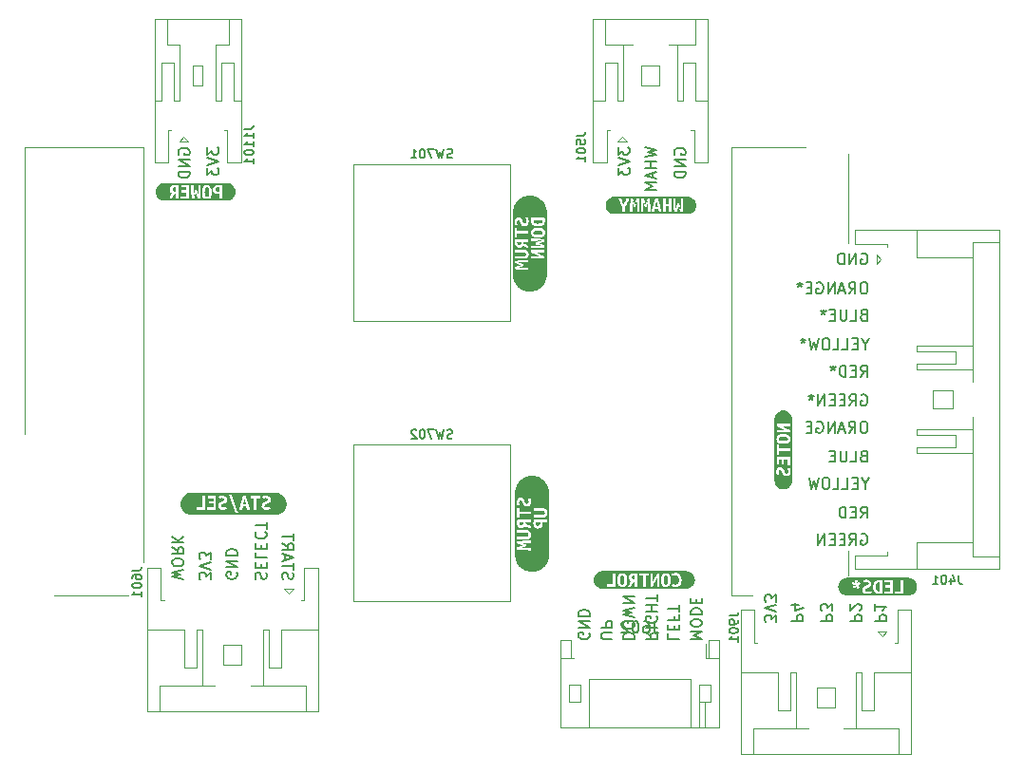
<source format=gbr>
%TF.GenerationSoftware,KiCad,Pcbnew,8.0.4-8.0.4-0~ubuntu22.04.1*%
%TF.CreationDate,2024-08-24T15:00:40-03:00*%
%TF.ProjectId,Antares-Transmitter,416e7461-7265-4732-9d54-72616e736d69,1.0.1*%
%TF.SameCoordinates,Original*%
%TF.FileFunction,Legend,Bot*%
%TF.FilePolarity,Positive*%
%FSLAX46Y46*%
G04 Gerber Fmt 4.6, Leading zero omitted, Abs format (unit mm)*
G04 Created by KiCad (PCBNEW 8.0.4-8.0.4-0~ubuntu22.04.1) date 2024-08-24 15:00:40*
%MOMM*%
%LPD*%
G01*
G04 APERTURE LIST*
%ADD10C,0.100000*%
%ADD11C,0.150000*%
%ADD12C,0.120000*%
%ADD13C,0.000000*%
G04 APERTURE END LIST*
D10*
X164400000Y-107600000D02*
X164400000Y-99600000D01*
X101600000Y-136000000D02*
X101600000Y-99000000D01*
X101600000Y-99000000D02*
X91000000Y-99000000D01*
X164400000Y-137200000D02*
X164400000Y-135000000D01*
X154000000Y-99000000D02*
X154000000Y-139000000D01*
X91000000Y-99000000D02*
X91000000Y-124600000D01*
X154000000Y-139000000D02*
X155800000Y-139000000D01*
X93600000Y-139000000D02*
X100200000Y-139000000D01*
X160600000Y-99000000D02*
X154000000Y-99000000D01*
D11*
X111577800Y-137510839D02*
X111530180Y-137367982D01*
X111530180Y-137367982D02*
X111530180Y-137129887D01*
X111530180Y-137129887D02*
X111577800Y-137034649D01*
X111577800Y-137034649D02*
X111625419Y-136987030D01*
X111625419Y-136987030D02*
X111720657Y-136939411D01*
X111720657Y-136939411D02*
X111815895Y-136939411D01*
X111815895Y-136939411D02*
X111911133Y-136987030D01*
X111911133Y-136987030D02*
X111958752Y-137034649D01*
X111958752Y-137034649D02*
X112006371Y-137129887D01*
X112006371Y-137129887D02*
X112053990Y-137320363D01*
X112053990Y-137320363D02*
X112101609Y-137415601D01*
X112101609Y-137415601D02*
X112149228Y-137463220D01*
X112149228Y-137463220D02*
X112244466Y-137510839D01*
X112244466Y-137510839D02*
X112339704Y-137510839D01*
X112339704Y-137510839D02*
X112434942Y-137463220D01*
X112434942Y-137463220D02*
X112482561Y-137415601D01*
X112482561Y-137415601D02*
X112530180Y-137320363D01*
X112530180Y-137320363D02*
X112530180Y-137082268D01*
X112530180Y-137082268D02*
X112482561Y-136939411D01*
X112053990Y-136510839D02*
X112053990Y-136177506D01*
X111530180Y-136034649D02*
X111530180Y-136510839D01*
X111530180Y-136510839D02*
X112530180Y-136510839D01*
X112530180Y-136510839D02*
X112530180Y-136034649D01*
X111530180Y-135129887D02*
X111530180Y-135606077D01*
X111530180Y-135606077D02*
X112530180Y-135606077D01*
X112053990Y-134796553D02*
X112053990Y-134463220D01*
X111530180Y-134320363D02*
X111530180Y-134796553D01*
X111530180Y-134796553D02*
X112530180Y-134796553D01*
X112530180Y-134796553D02*
X112530180Y-134320363D01*
X111625419Y-133320363D02*
X111577800Y-133367982D01*
X111577800Y-133367982D02*
X111530180Y-133510839D01*
X111530180Y-133510839D02*
X111530180Y-133606077D01*
X111530180Y-133606077D02*
X111577800Y-133748934D01*
X111577800Y-133748934D02*
X111673038Y-133844172D01*
X111673038Y-133844172D02*
X111768276Y-133891791D01*
X111768276Y-133891791D02*
X111958752Y-133939410D01*
X111958752Y-133939410D02*
X112101609Y-133939410D01*
X112101609Y-133939410D02*
X112292085Y-133891791D01*
X112292085Y-133891791D02*
X112387323Y-133844172D01*
X112387323Y-133844172D02*
X112482561Y-133748934D01*
X112482561Y-133748934D02*
X112530180Y-133606077D01*
X112530180Y-133606077D02*
X112530180Y-133510839D01*
X112530180Y-133510839D02*
X112482561Y-133367982D01*
X112482561Y-133367982D02*
X112434942Y-133320363D01*
X112530180Y-133034648D02*
X112530180Y-132463220D01*
X111530180Y-132748934D02*
X112530180Y-132748934D01*
X146330180Y-142291792D02*
X146806371Y-142625125D01*
X146330180Y-142863220D02*
X147330180Y-142863220D01*
X147330180Y-142863220D02*
X147330180Y-142482268D01*
X147330180Y-142482268D02*
X147282561Y-142387030D01*
X147282561Y-142387030D02*
X147234942Y-142339411D01*
X147234942Y-142339411D02*
X147139704Y-142291792D01*
X147139704Y-142291792D02*
X146996847Y-142291792D01*
X146996847Y-142291792D02*
X146901609Y-142339411D01*
X146901609Y-142339411D02*
X146853990Y-142387030D01*
X146853990Y-142387030D02*
X146806371Y-142482268D01*
X146806371Y-142482268D02*
X146806371Y-142863220D01*
X146330180Y-141863220D02*
X147330180Y-141863220D01*
X147282561Y-140863221D02*
X147330180Y-140958459D01*
X147330180Y-140958459D02*
X147330180Y-141101316D01*
X147330180Y-141101316D02*
X147282561Y-141244173D01*
X147282561Y-141244173D02*
X147187323Y-141339411D01*
X147187323Y-141339411D02*
X147092085Y-141387030D01*
X147092085Y-141387030D02*
X146901609Y-141434649D01*
X146901609Y-141434649D02*
X146758752Y-141434649D01*
X146758752Y-141434649D02*
X146568276Y-141387030D01*
X146568276Y-141387030D02*
X146473038Y-141339411D01*
X146473038Y-141339411D02*
X146377800Y-141244173D01*
X146377800Y-141244173D02*
X146330180Y-141101316D01*
X146330180Y-141101316D02*
X146330180Y-141006078D01*
X146330180Y-141006078D02*
X146377800Y-140863221D01*
X146377800Y-140863221D02*
X146425419Y-140815602D01*
X146425419Y-140815602D02*
X146758752Y-140815602D01*
X146758752Y-140815602D02*
X146758752Y-141006078D01*
X146330180Y-140387030D02*
X147330180Y-140387030D01*
X146853990Y-140387030D02*
X146853990Y-139815602D01*
X146330180Y-139815602D02*
X147330180Y-139815602D01*
X147330180Y-139482268D02*
X147330180Y-138910840D01*
X146330180Y-139196554D02*
X147330180Y-139196554D01*
X144330180Y-142863220D02*
X145330180Y-142863220D01*
X145330180Y-142863220D02*
X145330180Y-142625125D01*
X145330180Y-142625125D02*
X145282561Y-142482268D01*
X145282561Y-142482268D02*
X145187323Y-142387030D01*
X145187323Y-142387030D02*
X145092085Y-142339411D01*
X145092085Y-142339411D02*
X144901609Y-142291792D01*
X144901609Y-142291792D02*
X144758752Y-142291792D01*
X144758752Y-142291792D02*
X144568276Y-142339411D01*
X144568276Y-142339411D02*
X144473038Y-142387030D01*
X144473038Y-142387030D02*
X144377800Y-142482268D01*
X144377800Y-142482268D02*
X144330180Y-142625125D01*
X144330180Y-142625125D02*
X144330180Y-142863220D01*
X145330180Y-141672744D02*
X145330180Y-141482268D01*
X145330180Y-141482268D02*
X145282561Y-141387030D01*
X145282561Y-141387030D02*
X145187323Y-141291792D01*
X145187323Y-141291792D02*
X144996847Y-141244173D01*
X144996847Y-141244173D02*
X144663514Y-141244173D01*
X144663514Y-141244173D02*
X144473038Y-141291792D01*
X144473038Y-141291792D02*
X144377800Y-141387030D01*
X144377800Y-141387030D02*
X144330180Y-141482268D01*
X144330180Y-141482268D02*
X144330180Y-141672744D01*
X144330180Y-141672744D02*
X144377800Y-141767982D01*
X144377800Y-141767982D02*
X144473038Y-141863220D01*
X144473038Y-141863220D02*
X144663514Y-141910839D01*
X144663514Y-141910839D02*
X144996847Y-141910839D01*
X144996847Y-141910839D02*
X145187323Y-141863220D01*
X145187323Y-141863220D02*
X145282561Y-141767982D01*
X145282561Y-141767982D02*
X145330180Y-141672744D01*
X145330180Y-140910839D02*
X144330180Y-140672744D01*
X144330180Y-140672744D02*
X145044466Y-140482268D01*
X145044466Y-140482268D02*
X144330180Y-140291792D01*
X144330180Y-140291792D02*
X145330180Y-140053697D01*
X144330180Y-139672744D02*
X145330180Y-139672744D01*
X145330180Y-139672744D02*
X144330180Y-139101316D01*
X144330180Y-139101316D02*
X145330180Y-139101316D01*
X165729887Y-113946009D02*
X165587030Y-113993628D01*
X165587030Y-113993628D02*
X165539411Y-114041247D01*
X165539411Y-114041247D02*
X165491792Y-114136485D01*
X165491792Y-114136485D02*
X165491792Y-114279342D01*
X165491792Y-114279342D02*
X165539411Y-114374580D01*
X165539411Y-114374580D02*
X165587030Y-114422200D01*
X165587030Y-114422200D02*
X165682268Y-114469819D01*
X165682268Y-114469819D02*
X166063220Y-114469819D01*
X166063220Y-114469819D02*
X166063220Y-113469819D01*
X166063220Y-113469819D02*
X165729887Y-113469819D01*
X165729887Y-113469819D02*
X165634649Y-113517438D01*
X165634649Y-113517438D02*
X165587030Y-113565057D01*
X165587030Y-113565057D02*
X165539411Y-113660295D01*
X165539411Y-113660295D02*
X165539411Y-113755533D01*
X165539411Y-113755533D02*
X165587030Y-113850771D01*
X165587030Y-113850771D02*
X165634649Y-113898390D01*
X165634649Y-113898390D02*
X165729887Y-113946009D01*
X165729887Y-113946009D02*
X166063220Y-113946009D01*
X164587030Y-114469819D02*
X165063220Y-114469819D01*
X165063220Y-114469819D02*
X165063220Y-113469819D01*
X164253696Y-113469819D02*
X164253696Y-114279342D01*
X164253696Y-114279342D02*
X164206077Y-114374580D01*
X164206077Y-114374580D02*
X164158458Y-114422200D01*
X164158458Y-114422200D02*
X164063220Y-114469819D01*
X164063220Y-114469819D02*
X163872744Y-114469819D01*
X163872744Y-114469819D02*
X163777506Y-114422200D01*
X163777506Y-114422200D02*
X163729887Y-114374580D01*
X163729887Y-114374580D02*
X163682268Y-114279342D01*
X163682268Y-114279342D02*
X163682268Y-113469819D01*
X163206077Y-113946009D02*
X162872744Y-113946009D01*
X162729887Y-114469819D02*
X163206077Y-114469819D01*
X163206077Y-114469819D02*
X163206077Y-113469819D01*
X163206077Y-113469819D02*
X162729887Y-113469819D01*
X162158458Y-113469819D02*
X162158458Y-113707914D01*
X162396553Y-113612676D02*
X162158458Y-113707914D01*
X162158458Y-113707914D02*
X161920363Y-113612676D01*
X162301315Y-113898390D02*
X162158458Y-113707914D01*
X162158458Y-113707914D02*
X162015601Y-113898390D01*
X107530180Y-137558458D02*
X107530180Y-136939411D01*
X107530180Y-136939411D02*
X107149228Y-137272744D01*
X107149228Y-137272744D02*
X107149228Y-137129887D01*
X107149228Y-137129887D02*
X107101609Y-137034649D01*
X107101609Y-137034649D02*
X107053990Y-136987030D01*
X107053990Y-136987030D02*
X106958752Y-136939411D01*
X106958752Y-136939411D02*
X106720657Y-136939411D01*
X106720657Y-136939411D02*
X106625419Y-136987030D01*
X106625419Y-136987030D02*
X106577800Y-137034649D01*
X106577800Y-137034649D02*
X106530180Y-137129887D01*
X106530180Y-137129887D02*
X106530180Y-137415601D01*
X106530180Y-137415601D02*
X106577800Y-137510839D01*
X106577800Y-137510839D02*
X106625419Y-137558458D01*
X107530180Y-136653696D02*
X106530180Y-136320363D01*
X106530180Y-136320363D02*
X107530180Y-135987030D01*
X107530180Y-135748934D02*
X107530180Y-135129887D01*
X107530180Y-135129887D02*
X107149228Y-135463220D01*
X107149228Y-135463220D02*
X107149228Y-135320363D01*
X107149228Y-135320363D02*
X107101609Y-135225125D01*
X107101609Y-135225125D02*
X107053990Y-135177506D01*
X107053990Y-135177506D02*
X106958752Y-135129887D01*
X106958752Y-135129887D02*
X106720657Y-135129887D01*
X106720657Y-135129887D02*
X106625419Y-135177506D01*
X106625419Y-135177506D02*
X106577800Y-135225125D01*
X106577800Y-135225125D02*
X106530180Y-135320363D01*
X106530180Y-135320363D02*
X106530180Y-135606077D01*
X106530180Y-135606077D02*
X106577800Y-135701315D01*
X106577800Y-135701315D02*
X106625419Y-135748934D01*
X105130180Y-137558458D02*
X104130180Y-137320363D01*
X104130180Y-137320363D02*
X104844466Y-137129887D01*
X104844466Y-137129887D02*
X104130180Y-136939411D01*
X104130180Y-136939411D02*
X105130180Y-136701316D01*
X105130180Y-136129887D02*
X105130180Y-135939411D01*
X105130180Y-135939411D02*
X105082561Y-135844173D01*
X105082561Y-135844173D02*
X104987323Y-135748935D01*
X104987323Y-135748935D02*
X104796847Y-135701316D01*
X104796847Y-135701316D02*
X104463514Y-135701316D01*
X104463514Y-135701316D02*
X104273038Y-135748935D01*
X104273038Y-135748935D02*
X104177800Y-135844173D01*
X104177800Y-135844173D02*
X104130180Y-135939411D01*
X104130180Y-135939411D02*
X104130180Y-136129887D01*
X104130180Y-136129887D02*
X104177800Y-136225125D01*
X104177800Y-136225125D02*
X104273038Y-136320363D01*
X104273038Y-136320363D02*
X104463514Y-136367982D01*
X104463514Y-136367982D02*
X104796847Y-136367982D01*
X104796847Y-136367982D02*
X104987323Y-136320363D01*
X104987323Y-136320363D02*
X105082561Y-136225125D01*
X105082561Y-136225125D02*
X105130180Y-136129887D01*
X104130180Y-134701316D02*
X104606371Y-135034649D01*
X104130180Y-135272744D02*
X105130180Y-135272744D01*
X105130180Y-135272744D02*
X105130180Y-134891792D01*
X105130180Y-134891792D02*
X105082561Y-134796554D01*
X105082561Y-134796554D02*
X105034942Y-134748935D01*
X105034942Y-134748935D02*
X104939704Y-134701316D01*
X104939704Y-134701316D02*
X104796847Y-134701316D01*
X104796847Y-134701316D02*
X104701609Y-134748935D01*
X104701609Y-134748935D02*
X104653990Y-134796554D01*
X104653990Y-134796554D02*
X104606371Y-134891792D01*
X104606371Y-134891792D02*
X104606371Y-135272744D01*
X104130180Y-134272744D02*
X105130180Y-134272744D01*
X104130180Y-133701316D02*
X104701609Y-134129887D01*
X105130180Y-133701316D02*
X104558752Y-134272744D01*
X165539411Y-121117438D02*
X165634649Y-121069819D01*
X165634649Y-121069819D02*
X165777506Y-121069819D01*
X165777506Y-121069819D02*
X165920363Y-121117438D01*
X165920363Y-121117438D02*
X166015601Y-121212676D01*
X166015601Y-121212676D02*
X166063220Y-121307914D01*
X166063220Y-121307914D02*
X166110839Y-121498390D01*
X166110839Y-121498390D02*
X166110839Y-121641247D01*
X166110839Y-121641247D02*
X166063220Y-121831723D01*
X166063220Y-121831723D02*
X166015601Y-121926961D01*
X166015601Y-121926961D02*
X165920363Y-122022200D01*
X165920363Y-122022200D02*
X165777506Y-122069819D01*
X165777506Y-122069819D02*
X165682268Y-122069819D01*
X165682268Y-122069819D02*
X165539411Y-122022200D01*
X165539411Y-122022200D02*
X165491792Y-121974580D01*
X165491792Y-121974580D02*
X165491792Y-121641247D01*
X165491792Y-121641247D02*
X165682268Y-121641247D01*
X164491792Y-122069819D02*
X164825125Y-121593628D01*
X165063220Y-122069819D02*
X165063220Y-121069819D01*
X165063220Y-121069819D02*
X164682268Y-121069819D01*
X164682268Y-121069819D02*
X164587030Y-121117438D01*
X164587030Y-121117438D02*
X164539411Y-121165057D01*
X164539411Y-121165057D02*
X164491792Y-121260295D01*
X164491792Y-121260295D02*
X164491792Y-121403152D01*
X164491792Y-121403152D02*
X164539411Y-121498390D01*
X164539411Y-121498390D02*
X164587030Y-121546009D01*
X164587030Y-121546009D02*
X164682268Y-121593628D01*
X164682268Y-121593628D02*
X165063220Y-121593628D01*
X164063220Y-121546009D02*
X163729887Y-121546009D01*
X163587030Y-122069819D02*
X164063220Y-122069819D01*
X164063220Y-122069819D02*
X164063220Y-121069819D01*
X164063220Y-121069819D02*
X163587030Y-121069819D01*
X163158458Y-121546009D02*
X162825125Y-121546009D01*
X162682268Y-122069819D02*
X163158458Y-122069819D01*
X163158458Y-122069819D02*
X163158458Y-121069819D01*
X163158458Y-121069819D02*
X162682268Y-121069819D01*
X162253696Y-122069819D02*
X162253696Y-121069819D01*
X162253696Y-121069819D02*
X161682268Y-122069819D01*
X161682268Y-122069819D02*
X161682268Y-121069819D01*
X161063220Y-121069819D02*
X161063220Y-121307914D01*
X161301315Y-121212676D02*
X161063220Y-121307914D01*
X161063220Y-121307914D02*
X160825125Y-121212676D01*
X161206077Y-121498390D02*
X161063220Y-121307914D01*
X161063220Y-121307914D02*
X160920363Y-121498390D01*
X165539411Y-108517438D02*
X165634649Y-108469819D01*
X165634649Y-108469819D02*
X165777506Y-108469819D01*
X165777506Y-108469819D02*
X165920363Y-108517438D01*
X165920363Y-108517438D02*
X166015601Y-108612676D01*
X166015601Y-108612676D02*
X166063220Y-108707914D01*
X166063220Y-108707914D02*
X166110839Y-108898390D01*
X166110839Y-108898390D02*
X166110839Y-109041247D01*
X166110839Y-109041247D02*
X166063220Y-109231723D01*
X166063220Y-109231723D02*
X166015601Y-109326961D01*
X166015601Y-109326961D02*
X165920363Y-109422200D01*
X165920363Y-109422200D02*
X165777506Y-109469819D01*
X165777506Y-109469819D02*
X165682268Y-109469819D01*
X165682268Y-109469819D02*
X165539411Y-109422200D01*
X165539411Y-109422200D02*
X165491792Y-109374580D01*
X165491792Y-109374580D02*
X165491792Y-109041247D01*
X165491792Y-109041247D02*
X165682268Y-109041247D01*
X165063220Y-109469819D02*
X165063220Y-108469819D01*
X165063220Y-108469819D02*
X164491792Y-109469819D01*
X164491792Y-109469819D02*
X164491792Y-108469819D01*
X164015601Y-109469819D02*
X164015601Y-108469819D01*
X164015601Y-108469819D02*
X163777506Y-108469819D01*
X163777506Y-108469819D02*
X163634649Y-108517438D01*
X163634649Y-108517438D02*
X163539411Y-108612676D01*
X163539411Y-108612676D02*
X163491792Y-108707914D01*
X163491792Y-108707914D02*
X163444173Y-108898390D01*
X163444173Y-108898390D02*
X163444173Y-109041247D01*
X163444173Y-109041247D02*
X163491792Y-109231723D01*
X163491792Y-109231723D02*
X163539411Y-109326961D01*
X163539411Y-109326961D02*
X163634649Y-109422200D01*
X163634649Y-109422200D02*
X163777506Y-109469819D01*
X163777506Y-109469819D02*
X164015601Y-109469819D01*
X148330180Y-142387030D02*
X148330180Y-142863220D01*
X148330180Y-142863220D02*
X149330180Y-142863220D01*
X148853990Y-142053696D02*
X148853990Y-141720363D01*
X148330180Y-141577506D02*
X148330180Y-142053696D01*
X148330180Y-142053696D02*
X149330180Y-142053696D01*
X149330180Y-142053696D02*
X149330180Y-141577506D01*
X148853990Y-140815601D02*
X148853990Y-141148934D01*
X148330180Y-141148934D02*
X149330180Y-141148934D01*
X149330180Y-141148934D02*
X149330180Y-140672744D01*
X149330180Y-140434648D02*
X149330180Y-139863220D01*
X148330180Y-140148934D02*
X149330180Y-140148934D01*
X113977800Y-137510839D02*
X113930180Y-137367982D01*
X113930180Y-137367982D02*
X113930180Y-137129887D01*
X113930180Y-137129887D02*
X113977800Y-137034649D01*
X113977800Y-137034649D02*
X114025419Y-136987030D01*
X114025419Y-136987030D02*
X114120657Y-136939411D01*
X114120657Y-136939411D02*
X114215895Y-136939411D01*
X114215895Y-136939411D02*
X114311133Y-136987030D01*
X114311133Y-136987030D02*
X114358752Y-137034649D01*
X114358752Y-137034649D02*
X114406371Y-137129887D01*
X114406371Y-137129887D02*
X114453990Y-137320363D01*
X114453990Y-137320363D02*
X114501609Y-137415601D01*
X114501609Y-137415601D02*
X114549228Y-137463220D01*
X114549228Y-137463220D02*
X114644466Y-137510839D01*
X114644466Y-137510839D02*
X114739704Y-137510839D01*
X114739704Y-137510839D02*
X114834942Y-137463220D01*
X114834942Y-137463220D02*
X114882561Y-137415601D01*
X114882561Y-137415601D02*
X114930180Y-137320363D01*
X114930180Y-137320363D02*
X114930180Y-137082268D01*
X114930180Y-137082268D02*
X114882561Y-136939411D01*
X114930180Y-136653696D02*
X114930180Y-136082268D01*
X113930180Y-136367982D02*
X114930180Y-136367982D01*
X114215895Y-135796553D02*
X114215895Y-135320363D01*
X113930180Y-135891791D02*
X114930180Y-135558458D01*
X114930180Y-135558458D02*
X113930180Y-135225125D01*
X113930180Y-134320363D02*
X114406371Y-134653696D01*
X113930180Y-134891791D02*
X114930180Y-134891791D01*
X114930180Y-134891791D02*
X114930180Y-134510839D01*
X114930180Y-134510839D02*
X114882561Y-134415601D01*
X114882561Y-134415601D02*
X114834942Y-134367982D01*
X114834942Y-134367982D02*
X114739704Y-134320363D01*
X114739704Y-134320363D02*
X114596847Y-134320363D01*
X114596847Y-134320363D02*
X114501609Y-134367982D01*
X114501609Y-134367982D02*
X114453990Y-134415601D01*
X114453990Y-134415601D02*
X114406371Y-134510839D01*
X114406371Y-134510839D02*
X114406371Y-134891791D01*
X114930180Y-134034648D02*
X114930180Y-133463220D01*
X113930180Y-133748934D02*
X114930180Y-133748934D01*
X164530180Y-141263220D02*
X165530180Y-141263220D01*
X165530180Y-141263220D02*
X165530180Y-140882268D01*
X165530180Y-140882268D02*
X165482561Y-140787030D01*
X165482561Y-140787030D02*
X165434942Y-140739411D01*
X165434942Y-140739411D02*
X165339704Y-140691792D01*
X165339704Y-140691792D02*
X165196847Y-140691792D01*
X165196847Y-140691792D02*
X165101609Y-140739411D01*
X165101609Y-140739411D02*
X165053990Y-140787030D01*
X165053990Y-140787030D02*
X165006371Y-140882268D01*
X165006371Y-140882268D02*
X165006371Y-141263220D01*
X165434942Y-140310839D02*
X165482561Y-140263220D01*
X165482561Y-140263220D02*
X165530180Y-140167982D01*
X165530180Y-140167982D02*
X165530180Y-139929887D01*
X165530180Y-139929887D02*
X165482561Y-139834649D01*
X165482561Y-139834649D02*
X165434942Y-139787030D01*
X165434942Y-139787030D02*
X165339704Y-139739411D01*
X165339704Y-139739411D02*
X165244466Y-139739411D01*
X165244466Y-139739411D02*
X165101609Y-139787030D01*
X165101609Y-139787030D02*
X164530180Y-140358458D01*
X164530180Y-140358458D02*
X164530180Y-139739411D01*
X143330180Y-142863220D02*
X142520657Y-142863220D01*
X142520657Y-142863220D02*
X142425419Y-142815601D01*
X142425419Y-142815601D02*
X142377800Y-142767982D01*
X142377800Y-142767982D02*
X142330180Y-142672744D01*
X142330180Y-142672744D02*
X142330180Y-142482268D01*
X142330180Y-142482268D02*
X142377800Y-142387030D01*
X142377800Y-142387030D02*
X142425419Y-142339411D01*
X142425419Y-142339411D02*
X142520657Y-142291792D01*
X142520657Y-142291792D02*
X143330180Y-142291792D01*
X142330180Y-141815601D02*
X143330180Y-141815601D01*
X143330180Y-141815601D02*
X143330180Y-141434649D01*
X143330180Y-141434649D02*
X143282561Y-141339411D01*
X143282561Y-141339411D02*
X143234942Y-141291792D01*
X143234942Y-141291792D02*
X143139704Y-141244173D01*
X143139704Y-141244173D02*
X142996847Y-141244173D01*
X142996847Y-141244173D02*
X142901609Y-141291792D01*
X142901609Y-141291792D02*
X142853990Y-141339411D01*
X142853990Y-141339411D02*
X142806371Y-141434649D01*
X142806371Y-141434649D02*
X142806371Y-141815601D01*
X143869819Y-99041541D02*
X143869819Y-99660588D01*
X143869819Y-99660588D02*
X144250771Y-99327255D01*
X144250771Y-99327255D02*
X144250771Y-99470112D01*
X144250771Y-99470112D02*
X144298390Y-99565350D01*
X144298390Y-99565350D02*
X144346009Y-99612969D01*
X144346009Y-99612969D02*
X144441247Y-99660588D01*
X144441247Y-99660588D02*
X144679342Y-99660588D01*
X144679342Y-99660588D02*
X144774580Y-99612969D01*
X144774580Y-99612969D02*
X144822200Y-99565350D01*
X144822200Y-99565350D02*
X144869819Y-99470112D01*
X144869819Y-99470112D02*
X144869819Y-99184398D01*
X144869819Y-99184398D02*
X144822200Y-99089160D01*
X144822200Y-99089160D02*
X144774580Y-99041541D01*
X143869819Y-99946303D02*
X144869819Y-100279636D01*
X144869819Y-100279636D02*
X143869819Y-100612969D01*
X143869819Y-100851065D02*
X143869819Y-101470112D01*
X143869819Y-101470112D02*
X144250771Y-101136779D01*
X144250771Y-101136779D02*
X144250771Y-101279636D01*
X144250771Y-101279636D02*
X144298390Y-101374874D01*
X144298390Y-101374874D02*
X144346009Y-101422493D01*
X144346009Y-101422493D02*
X144441247Y-101470112D01*
X144441247Y-101470112D02*
X144679342Y-101470112D01*
X144679342Y-101470112D02*
X144774580Y-101422493D01*
X144774580Y-101422493D02*
X144822200Y-101374874D01*
X144822200Y-101374874D02*
X144869819Y-101279636D01*
X144869819Y-101279636D02*
X144869819Y-100993922D01*
X144869819Y-100993922D02*
X144822200Y-100898684D01*
X144822200Y-100898684D02*
X144774580Y-100851065D01*
X104717438Y-99660588D02*
X104669819Y-99565350D01*
X104669819Y-99565350D02*
X104669819Y-99422493D01*
X104669819Y-99422493D02*
X104717438Y-99279636D01*
X104717438Y-99279636D02*
X104812676Y-99184398D01*
X104812676Y-99184398D02*
X104907914Y-99136779D01*
X104907914Y-99136779D02*
X105098390Y-99089160D01*
X105098390Y-99089160D02*
X105241247Y-99089160D01*
X105241247Y-99089160D02*
X105431723Y-99136779D01*
X105431723Y-99136779D02*
X105526961Y-99184398D01*
X105526961Y-99184398D02*
X105622200Y-99279636D01*
X105622200Y-99279636D02*
X105669819Y-99422493D01*
X105669819Y-99422493D02*
X105669819Y-99517731D01*
X105669819Y-99517731D02*
X105622200Y-99660588D01*
X105622200Y-99660588D02*
X105574580Y-99708207D01*
X105574580Y-99708207D02*
X105241247Y-99708207D01*
X105241247Y-99708207D02*
X105241247Y-99517731D01*
X105669819Y-100136779D02*
X104669819Y-100136779D01*
X104669819Y-100136779D02*
X105669819Y-100708207D01*
X105669819Y-100708207D02*
X104669819Y-100708207D01*
X105669819Y-101184398D02*
X104669819Y-101184398D01*
X104669819Y-101184398D02*
X104669819Y-101422493D01*
X104669819Y-101422493D02*
X104717438Y-101565350D01*
X104717438Y-101565350D02*
X104812676Y-101660588D01*
X104812676Y-101660588D02*
X104907914Y-101708207D01*
X104907914Y-101708207D02*
X105098390Y-101755826D01*
X105098390Y-101755826D02*
X105241247Y-101755826D01*
X105241247Y-101755826D02*
X105431723Y-101708207D01*
X105431723Y-101708207D02*
X105526961Y-101660588D01*
X105526961Y-101660588D02*
X105622200Y-101565350D01*
X105622200Y-101565350D02*
X105669819Y-101422493D01*
X105669819Y-101422493D02*
X105669819Y-101184398D01*
X165491792Y-119469819D02*
X165825125Y-118993628D01*
X166063220Y-119469819D02*
X166063220Y-118469819D01*
X166063220Y-118469819D02*
X165682268Y-118469819D01*
X165682268Y-118469819D02*
X165587030Y-118517438D01*
X165587030Y-118517438D02*
X165539411Y-118565057D01*
X165539411Y-118565057D02*
X165491792Y-118660295D01*
X165491792Y-118660295D02*
X165491792Y-118803152D01*
X165491792Y-118803152D02*
X165539411Y-118898390D01*
X165539411Y-118898390D02*
X165587030Y-118946009D01*
X165587030Y-118946009D02*
X165682268Y-118993628D01*
X165682268Y-118993628D02*
X166063220Y-118993628D01*
X165063220Y-118946009D02*
X164729887Y-118946009D01*
X164587030Y-119469819D02*
X165063220Y-119469819D01*
X165063220Y-119469819D02*
X165063220Y-118469819D01*
X165063220Y-118469819D02*
X164587030Y-118469819D01*
X164158458Y-119469819D02*
X164158458Y-118469819D01*
X164158458Y-118469819D02*
X163920363Y-118469819D01*
X163920363Y-118469819D02*
X163777506Y-118517438D01*
X163777506Y-118517438D02*
X163682268Y-118612676D01*
X163682268Y-118612676D02*
X163634649Y-118707914D01*
X163634649Y-118707914D02*
X163587030Y-118898390D01*
X163587030Y-118898390D02*
X163587030Y-119041247D01*
X163587030Y-119041247D02*
X163634649Y-119231723D01*
X163634649Y-119231723D02*
X163682268Y-119326961D01*
X163682268Y-119326961D02*
X163777506Y-119422200D01*
X163777506Y-119422200D02*
X163920363Y-119469819D01*
X163920363Y-119469819D02*
X164158458Y-119469819D01*
X163015601Y-118469819D02*
X163015601Y-118707914D01*
X163253696Y-118612676D02*
X163015601Y-118707914D01*
X163015601Y-118707914D02*
X162777506Y-118612676D01*
X163158458Y-118898390D02*
X163015601Y-118707914D01*
X163015601Y-118707914D02*
X162872744Y-118898390D01*
X165872744Y-111069819D02*
X165682268Y-111069819D01*
X165682268Y-111069819D02*
X165587030Y-111117438D01*
X165587030Y-111117438D02*
X165491792Y-111212676D01*
X165491792Y-111212676D02*
X165444173Y-111403152D01*
X165444173Y-111403152D02*
X165444173Y-111736485D01*
X165444173Y-111736485D02*
X165491792Y-111926961D01*
X165491792Y-111926961D02*
X165587030Y-112022200D01*
X165587030Y-112022200D02*
X165682268Y-112069819D01*
X165682268Y-112069819D02*
X165872744Y-112069819D01*
X165872744Y-112069819D02*
X165967982Y-112022200D01*
X165967982Y-112022200D02*
X166063220Y-111926961D01*
X166063220Y-111926961D02*
X166110839Y-111736485D01*
X166110839Y-111736485D02*
X166110839Y-111403152D01*
X166110839Y-111403152D02*
X166063220Y-111212676D01*
X166063220Y-111212676D02*
X165967982Y-111117438D01*
X165967982Y-111117438D02*
X165872744Y-111069819D01*
X164444173Y-112069819D02*
X164777506Y-111593628D01*
X165015601Y-112069819D02*
X165015601Y-111069819D01*
X165015601Y-111069819D02*
X164634649Y-111069819D01*
X164634649Y-111069819D02*
X164539411Y-111117438D01*
X164539411Y-111117438D02*
X164491792Y-111165057D01*
X164491792Y-111165057D02*
X164444173Y-111260295D01*
X164444173Y-111260295D02*
X164444173Y-111403152D01*
X164444173Y-111403152D02*
X164491792Y-111498390D01*
X164491792Y-111498390D02*
X164539411Y-111546009D01*
X164539411Y-111546009D02*
X164634649Y-111593628D01*
X164634649Y-111593628D02*
X165015601Y-111593628D01*
X164063220Y-111784104D02*
X163587030Y-111784104D01*
X164158458Y-112069819D02*
X163825125Y-111069819D01*
X163825125Y-111069819D02*
X163491792Y-112069819D01*
X163158458Y-112069819D02*
X163158458Y-111069819D01*
X163158458Y-111069819D02*
X162587030Y-112069819D01*
X162587030Y-112069819D02*
X162587030Y-111069819D01*
X161587030Y-111117438D02*
X161682268Y-111069819D01*
X161682268Y-111069819D02*
X161825125Y-111069819D01*
X161825125Y-111069819D02*
X161967982Y-111117438D01*
X161967982Y-111117438D02*
X162063220Y-111212676D01*
X162063220Y-111212676D02*
X162110839Y-111307914D01*
X162110839Y-111307914D02*
X162158458Y-111498390D01*
X162158458Y-111498390D02*
X162158458Y-111641247D01*
X162158458Y-111641247D02*
X162110839Y-111831723D01*
X162110839Y-111831723D02*
X162063220Y-111926961D01*
X162063220Y-111926961D02*
X161967982Y-112022200D01*
X161967982Y-112022200D02*
X161825125Y-112069819D01*
X161825125Y-112069819D02*
X161729887Y-112069819D01*
X161729887Y-112069819D02*
X161587030Y-112022200D01*
X161587030Y-112022200D02*
X161539411Y-111974580D01*
X161539411Y-111974580D02*
X161539411Y-111641247D01*
X161539411Y-111641247D02*
X161729887Y-111641247D01*
X161110839Y-111546009D02*
X160777506Y-111546009D01*
X160634649Y-112069819D02*
X161110839Y-112069819D01*
X161110839Y-112069819D02*
X161110839Y-111069819D01*
X161110839Y-111069819D02*
X160634649Y-111069819D01*
X160063220Y-111069819D02*
X160063220Y-111307914D01*
X160301315Y-111212676D02*
X160063220Y-111307914D01*
X160063220Y-111307914D02*
X159825125Y-111212676D01*
X160206077Y-111498390D02*
X160063220Y-111307914D01*
X160063220Y-111307914D02*
X159920363Y-111498390D01*
X141282561Y-142339411D02*
X141330180Y-142434649D01*
X141330180Y-142434649D02*
X141330180Y-142577506D01*
X141330180Y-142577506D02*
X141282561Y-142720363D01*
X141282561Y-142720363D02*
X141187323Y-142815601D01*
X141187323Y-142815601D02*
X141092085Y-142863220D01*
X141092085Y-142863220D02*
X140901609Y-142910839D01*
X140901609Y-142910839D02*
X140758752Y-142910839D01*
X140758752Y-142910839D02*
X140568276Y-142863220D01*
X140568276Y-142863220D02*
X140473038Y-142815601D01*
X140473038Y-142815601D02*
X140377800Y-142720363D01*
X140377800Y-142720363D02*
X140330180Y-142577506D01*
X140330180Y-142577506D02*
X140330180Y-142482268D01*
X140330180Y-142482268D02*
X140377800Y-142339411D01*
X140377800Y-142339411D02*
X140425419Y-142291792D01*
X140425419Y-142291792D02*
X140758752Y-142291792D01*
X140758752Y-142291792D02*
X140758752Y-142482268D01*
X140330180Y-141863220D02*
X141330180Y-141863220D01*
X141330180Y-141863220D02*
X140330180Y-141291792D01*
X140330180Y-141291792D02*
X141330180Y-141291792D01*
X140330180Y-140815601D02*
X141330180Y-140815601D01*
X141330180Y-140815601D02*
X141330180Y-140577506D01*
X141330180Y-140577506D02*
X141282561Y-140434649D01*
X141282561Y-140434649D02*
X141187323Y-140339411D01*
X141187323Y-140339411D02*
X141092085Y-140291792D01*
X141092085Y-140291792D02*
X140901609Y-140244173D01*
X140901609Y-140244173D02*
X140758752Y-140244173D01*
X140758752Y-140244173D02*
X140568276Y-140291792D01*
X140568276Y-140291792D02*
X140473038Y-140339411D01*
X140473038Y-140339411D02*
X140377800Y-140434649D01*
X140377800Y-140434649D02*
X140330180Y-140577506D01*
X140330180Y-140577506D02*
X140330180Y-140815601D01*
X165872744Y-123469819D02*
X165682268Y-123469819D01*
X165682268Y-123469819D02*
X165587030Y-123517438D01*
X165587030Y-123517438D02*
X165491792Y-123612676D01*
X165491792Y-123612676D02*
X165444173Y-123803152D01*
X165444173Y-123803152D02*
X165444173Y-124136485D01*
X165444173Y-124136485D02*
X165491792Y-124326961D01*
X165491792Y-124326961D02*
X165587030Y-124422200D01*
X165587030Y-124422200D02*
X165682268Y-124469819D01*
X165682268Y-124469819D02*
X165872744Y-124469819D01*
X165872744Y-124469819D02*
X165967982Y-124422200D01*
X165967982Y-124422200D02*
X166063220Y-124326961D01*
X166063220Y-124326961D02*
X166110839Y-124136485D01*
X166110839Y-124136485D02*
X166110839Y-123803152D01*
X166110839Y-123803152D02*
X166063220Y-123612676D01*
X166063220Y-123612676D02*
X165967982Y-123517438D01*
X165967982Y-123517438D02*
X165872744Y-123469819D01*
X164444173Y-124469819D02*
X164777506Y-123993628D01*
X165015601Y-124469819D02*
X165015601Y-123469819D01*
X165015601Y-123469819D02*
X164634649Y-123469819D01*
X164634649Y-123469819D02*
X164539411Y-123517438D01*
X164539411Y-123517438D02*
X164491792Y-123565057D01*
X164491792Y-123565057D02*
X164444173Y-123660295D01*
X164444173Y-123660295D02*
X164444173Y-123803152D01*
X164444173Y-123803152D02*
X164491792Y-123898390D01*
X164491792Y-123898390D02*
X164539411Y-123946009D01*
X164539411Y-123946009D02*
X164634649Y-123993628D01*
X164634649Y-123993628D02*
X165015601Y-123993628D01*
X164063220Y-124184104D02*
X163587030Y-124184104D01*
X164158458Y-124469819D02*
X163825125Y-123469819D01*
X163825125Y-123469819D02*
X163491792Y-124469819D01*
X163158458Y-124469819D02*
X163158458Y-123469819D01*
X163158458Y-123469819D02*
X162587030Y-124469819D01*
X162587030Y-124469819D02*
X162587030Y-123469819D01*
X161587030Y-123517438D02*
X161682268Y-123469819D01*
X161682268Y-123469819D02*
X161825125Y-123469819D01*
X161825125Y-123469819D02*
X161967982Y-123517438D01*
X161967982Y-123517438D02*
X162063220Y-123612676D01*
X162063220Y-123612676D02*
X162110839Y-123707914D01*
X162110839Y-123707914D02*
X162158458Y-123898390D01*
X162158458Y-123898390D02*
X162158458Y-124041247D01*
X162158458Y-124041247D02*
X162110839Y-124231723D01*
X162110839Y-124231723D02*
X162063220Y-124326961D01*
X162063220Y-124326961D02*
X161967982Y-124422200D01*
X161967982Y-124422200D02*
X161825125Y-124469819D01*
X161825125Y-124469819D02*
X161729887Y-124469819D01*
X161729887Y-124469819D02*
X161587030Y-124422200D01*
X161587030Y-124422200D02*
X161539411Y-124374580D01*
X161539411Y-124374580D02*
X161539411Y-124041247D01*
X161539411Y-124041247D02*
X161729887Y-124041247D01*
X161110839Y-123946009D02*
X160777506Y-123946009D01*
X160634649Y-124469819D02*
X161110839Y-124469819D01*
X161110839Y-124469819D02*
X161110839Y-123469819D01*
X161110839Y-123469819D02*
X160634649Y-123469819D01*
X150330180Y-142863220D02*
X151330180Y-142863220D01*
X151330180Y-142863220D02*
X150615895Y-142529887D01*
X150615895Y-142529887D02*
X151330180Y-142196554D01*
X151330180Y-142196554D02*
X150330180Y-142196554D01*
X151330180Y-141529887D02*
X151330180Y-141339411D01*
X151330180Y-141339411D02*
X151282561Y-141244173D01*
X151282561Y-141244173D02*
X151187323Y-141148935D01*
X151187323Y-141148935D02*
X150996847Y-141101316D01*
X150996847Y-141101316D02*
X150663514Y-141101316D01*
X150663514Y-141101316D02*
X150473038Y-141148935D01*
X150473038Y-141148935D02*
X150377800Y-141244173D01*
X150377800Y-141244173D02*
X150330180Y-141339411D01*
X150330180Y-141339411D02*
X150330180Y-141529887D01*
X150330180Y-141529887D02*
X150377800Y-141625125D01*
X150377800Y-141625125D02*
X150473038Y-141720363D01*
X150473038Y-141720363D02*
X150663514Y-141767982D01*
X150663514Y-141767982D02*
X150996847Y-141767982D01*
X150996847Y-141767982D02*
X151187323Y-141720363D01*
X151187323Y-141720363D02*
X151282561Y-141625125D01*
X151282561Y-141625125D02*
X151330180Y-141529887D01*
X150330180Y-140672744D02*
X151330180Y-140672744D01*
X151330180Y-140672744D02*
X151330180Y-140434649D01*
X151330180Y-140434649D02*
X151282561Y-140291792D01*
X151282561Y-140291792D02*
X151187323Y-140196554D01*
X151187323Y-140196554D02*
X151092085Y-140148935D01*
X151092085Y-140148935D02*
X150901609Y-140101316D01*
X150901609Y-140101316D02*
X150758752Y-140101316D01*
X150758752Y-140101316D02*
X150568276Y-140148935D01*
X150568276Y-140148935D02*
X150473038Y-140196554D01*
X150473038Y-140196554D02*
X150377800Y-140291792D01*
X150377800Y-140291792D02*
X150330180Y-140434649D01*
X150330180Y-140434649D02*
X150330180Y-140672744D01*
X150853990Y-139672744D02*
X150853990Y-139339411D01*
X150330180Y-139196554D02*
X150330180Y-139672744D01*
X150330180Y-139672744D02*
X151330180Y-139672744D01*
X151330180Y-139672744D02*
X151330180Y-139196554D01*
X165729887Y-126546009D02*
X165587030Y-126593628D01*
X165587030Y-126593628D02*
X165539411Y-126641247D01*
X165539411Y-126641247D02*
X165491792Y-126736485D01*
X165491792Y-126736485D02*
X165491792Y-126879342D01*
X165491792Y-126879342D02*
X165539411Y-126974580D01*
X165539411Y-126974580D02*
X165587030Y-127022200D01*
X165587030Y-127022200D02*
X165682268Y-127069819D01*
X165682268Y-127069819D02*
X166063220Y-127069819D01*
X166063220Y-127069819D02*
X166063220Y-126069819D01*
X166063220Y-126069819D02*
X165729887Y-126069819D01*
X165729887Y-126069819D02*
X165634649Y-126117438D01*
X165634649Y-126117438D02*
X165587030Y-126165057D01*
X165587030Y-126165057D02*
X165539411Y-126260295D01*
X165539411Y-126260295D02*
X165539411Y-126355533D01*
X165539411Y-126355533D02*
X165587030Y-126450771D01*
X165587030Y-126450771D02*
X165634649Y-126498390D01*
X165634649Y-126498390D02*
X165729887Y-126546009D01*
X165729887Y-126546009D02*
X166063220Y-126546009D01*
X164587030Y-127069819D02*
X165063220Y-127069819D01*
X165063220Y-127069819D02*
X165063220Y-126069819D01*
X164253696Y-126069819D02*
X164253696Y-126879342D01*
X164253696Y-126879342D02*
X164206077Y-126974580D01*
X164206077Y-126974580D02*
X164158458Y-127022200D01*
X164158458Y-127022200D02*
X164063220Y-127069819D01*
X164063220Y-127069819D02*
X163872744Y-127069819D01*
X163872744Y-127069819D02*
X163777506Y-127022200D01*
X163777506Y-127022200D02*
X163729887Y-126974580D01*
X163729887Y-126974580D02*
X163682268Y-126879342D01*
X163682268Y-126879342D02*
X163682268Y-126069819D01*
X163206077Y-126546009D02*
X162872744Y-126546009D01*
X162729887Y-127069819D02*
X163206077Y-127069819D01*
X163206077Y-127069819D02*
X163206077Y-126069819D01*
X163206077Y-126069819D02*
X162729887Y-126069819D01*
X146269819Y-99041541D02*
X147269819Y-99279636D01*
X147269819Y-99279636D02*
X146555533Y-99470112D01*
X146555533Y-99470112D02*
X147269819Y-99660588D01*
X147269819Y-99660588D02*
X146269819Y-99898684D01*
X147269819Y-100279636D02*
X146269819Y-100279636D01*
X146746009Y-100279636D02*
X146746009Y-100851064D01*
X147269819Y-100851064D02*
X146269819Y-100851064D01*
X146984104Y-101279636D02*
X146984104Y-101755826D01*
X147269819Y-101184398D02*
X146269819Y-101517731D01*
X146269819Y-101517731D02*
X147269819Y-101851064D01*
X147269819Y-102184398D02*
X146269819Y-102184398D01*
X146269819Y-102184398D02*
X146984104Y-102517731D01*
X146984104Y-102517731D02*
X146269819Y-102851064D01*
X146269819Y-102851064D02*
X147269819Y-102851064D01*
X166730180Y-141263220D02*
X167730180Y-141263220D01*
X167730180Y-141263220D02*
X167730180Y-140882268D01*
X167730180Y-140882268D02*
X167682561Y-140787030D01*
X167682561Y-140787030D02*
X167634942Y-140739411D01*
X167634942Y-140739411D02*
X167539704Y-140691792D01*
X167539704Y-140691792D02*
X167396847Y-140691792D01*
X167396847Y-140691792D02*
X167301609Y-140739411D01*
X167301609Y-140739411D02*
X167253990Y-140787030D01*
X167253990Y-140787030D02*
X167206371Y-140882268D01*
X167206371Y-140882268D02*
X167206371Y-141263220D01*
X166730180Y-139739411D02*
X166730180Y-140310839D01*
X166730180Y-140025125D02*
X167730180Y-140025125D01*
X167730180Y-140025125D02*
X167587323Y-140120363D01*
X167587323Y-140120363D02*
X167492085Y-140215601D01*
X167492085Y-140215601D02*
X167444466Y-140310839D01*
X159330180Y-141263220D02*
X160330180Y-141263220D01*
X160330180Y-141263220D02*
X160330180Y-140882268D01*
X160330180Y-140882268D02*
X160282561Y-140787030D01*
X160282561Y-140787030D02*
X160234942Y-140739411D01*
X160234942Y-140739411D02*
X160139704Y-140691792D01*
X160139704Y-140691792D02*
X159996847Y-140691792D01*
X159996847Y-140691792D02*
X159901609Y-140739411D01*
X159901609Y-140739411D02*
X159853990Y-140787030D01*
X159853990Y-140787030D02*
X159806371Y-140882268D01*
X159806371Y-140882268D02*
X159806371Y-141263220D01*
X159996847Y-139834649D02*
X159330180Y-139834649D01*
X160377800Y-140072744D02*
X159663514Y-140310839D01*
X159663514Y-140310839D02*
X159663514Y-139691792D01*
X165491792Y-132069819D02*
X165825125Y-131593628D01*
X166063220Y-132069819D02*
X166063220Y-131069819D01*
X166063220Y-131069819D02*
X165682268Y-131069819D01*
X165682268Y-131069819D02*
X165587030Y-131117438D01*
X165587030Y-131117438D02*
X165539411Y-131165057D01*
X165539411Y-131165057D02*
X165491792Y-131260295D01*
X165491792Y-131260295D02*
X165491792Y-131403152D01*
X165491792Y-131403152D02*
X165539411Y-131498390D01*
X165539411Y-131498390D02*
X165587030Y-131546009D01*
X165587030Y-131546009D02*
X165682268Y-131593628D01*
X165682268Y-131593628D02*
X166063220Y-131593628D01*
X165063220Y-131546009D02*
X164729887Y-131546009D01*
X164587030Y-132069819D02*
X165063220Y-132069819D01*
X165063220Y-132069819D02*
X165063220Y-131069819D01*
X165063220Y-131069819D02*
X164587030Y-131069819D01*
X164158458Y-132069819D02*
X164158458Y-131069819D01*
X164158458Y-131069819D02*
X163920363Y-131069819D01*
X163920363Y-131069819D02*
X163777506Y-131117438D01*
X163777506Y-131117438D02*
X163682268Y-131212676D01*
X163682268Y-131212676D02*
X163634649Y-131307914D01*
X163634649Y-131307914D02*
X163587030Y-131498390D01*
X163587030Y-131498390D02*
X163587030Y-131641247D01*
X163587030Y-131641247D02*
X163634649Y-131831723D01*
X163634649Y-131831723D02*
X163682268Y-131926961D01*
X163682268Y-131926961D02*
X163777506Y-132022200D01*
X163777506Y-132022200D02*
X163920363Y-132069819D01*
X163920363Y-132069819D02*
X164158458Y-132069819D01*
X165872744Y-128993628D02*
X165872744Y-129469819D01*
X166206077Y-128469819D02*
X165872744Y-128993628D01*
X165872744Y-128993628D02*
X165539411Y-128469819D01*
X165206077Y-128946009D02*
X164872744Y-128946009D01*
X164729887Y-129469819D02*
X165206077Y-129469819D01*
X165206077Y-129469819D02*
X165206077Y-128469819D01*
X165206077Y-128469819D02*
X164729887Y-128469819D01*
X163825125Y-129469819D02*
X164301315Y-129469819D01*
X164301315Y-129469819D02*
X164301315Y-128469819D01*
X163015601Y-129469819D02*
X163491791Y-129469819D01*
X163491791Y-129469819D02*
X163491791Y-128469819D01*
X162491791Y-128469819D02*
X162301315Y-128469819D01*
X162301315Y-128469819D02*
X162206077Y-128517438D01*
X162206077Y-128517438D02*
X162110839Y-128612676D01*
X162110839Y-128612676D02*
X162063220Y-128803152D01*
X162063220Y-128803152D02*
X162063220Y-129136485D01*
X162063220Y-129136485D02*
X162110839Y-129326961D01*
X162110839Y-129326961D02*
X162206077Y-129422200D01*
X162206077Y-129422200D02*
X162301315Y-129469819D01*
X162301315Y-129469819D02*
X162491791Y-129469819D01*
X162491791Y-129469819D02*
X162587029Y-129422200D01*
X162587029Y-129422200D02*
X162682267Y-129326961D01*
X162682267Y-129326961D02*
X162729886Y-129136485D01*
X162729886Y-129136485D02*
X162729886Y-128803152D01*
X162729886Y-128803152D02*
X162682267Y-128612676D01*
X162682267Y-128612676D02*
X162587029Y-128517438D01*
X162587029Y-128517438D02*
X162491791Y-128469819D01*
X161729886Y-128469819D02*
X161491791Y-129469819D01*
X161491791Y-129469819D02*
X161301315Y-128755533D01*
X161301315Y-128755533D02*
X161110839Y-129469819D01*
X161110839Y-129469819D02*
X160872744Y-128469819D01*
X148917438Y-99660588D02*
X148869819Y-99565350D01*
X148869819Y-99565350D02*
X148869819Y-99422493D01*
X148869819Y-99422493D02*
X148917438Y-99279636D01*
X148917438Y-99279636D02*
X149012676Y-99184398D01*
X149012676Y-99184398D02*
X149107914Y-99136779D01*
X149107914Y-99136779D02*
X149298390Y-99089160D01*
X149298390Y-99089160D02*
X149441247Y-99089160D01*
X149441247Y-99089160D02*
X149631723Y-99136779D01*
X149631723Y-99136779D02*
X149726961Y-99184398D01*
X149726961Y-99184398D02*
X149822200Y-99279636D01*
X149822200Y-99279636D02*
X149869819Y-99422493D01*
X149869819Y-99422493D02*
X149869819Y-99517731D01*
X149869819Y-99517731D02*
X149822200Y-99660588D01*
X149822200Y-99660588D02*
X149774580Y-99708207D01*
X149774580Y-99708207D02*
X149441247Y-99708207D01*
X149441247Y-99708207D02*
X149441247Y-99517731D01*
X149869819Y-100136779D02*
X148869819Y-100136779D01*
X148869819Y-100136779D02*
X149869819Y-100708207D01*
X149869819Y-100708207D02*
X148869819Y-100708207D01*
X149869819Y-101184398D02*
X148869819Y-101184398D01*
X148869819Y-101184398D02*
X148869819Y-101422493D01*
X148869819Y-101422493D02*
X148917438Y-101565350D01*
X148917438Y-101565350D02*
X149012676Y-101660588D01*
X149012676Y-101660588D02*
X149107914Y-101708207D01*
X149107914Y-101708207D02*
X149298390Y-101755826D01*
X149298390Y-101755826D02*
X149441247Y-101755826D01*
X149441247Y-101755826D02*
X149631723Y-101708207D01*
X149631723Y-101708207D02*
X149726961Y-101660588D01*
X149726961Y-101660588D02*
X149822200Y-101565350D01*
X149822200Y-101565350D02*
X149869819Y-101422493D01*
X149869819Y-101422493D02*
X149869819Y-101184398D01*
X165539411Y-133517438D02*
X165634649Y-133469819D01*
X165634649Y-133469819D02*
X165777506Y-133469819D01*
X165777506Y-133469819D02*
X165920363Y-133517438D01*
X165920363Y-133517438D02*
X166015601Y-133612676D01*
X166015601Y-133612676D02*
X166063220Y-133707914D01*
X166063220Y-133707914D02*
X166110839Y-133898390D01*
X166110839Y-133898390D02*
X166110839Y-134041247D01*
X166110839Y-134041247D02*
X166063220Y-134231723D01*
X166063220Y-134231723D02*
X166015601Y-134326961D01*
X166015601Y-134326961D02*
X165920363Y-134422200D01*
X165920363Y-134422200D02*
X165777506Y-134469819D01*
X165777506Y-134469819D02*
X165682268Y-134469819D01*
X165682268Y-134469819D02*
X165539411Y-134422200D01*
X165539411Y-134422200D02*
X165491792Y-134374580D01*
X165491792Y-134374580D02*
X165491792Y-134041247D01*
X165491792Y-134041247D02*
X165682268Y-134041247D01*
X164491792Y-134469819D02*
X164825125Y-133993628D01*
X165063220Y-134469819D02*
X165063220Y-133469819D01*
X165063220Y-133469819D02*
X164682268Y-133469819D01*
X164682268Y-133469819D02*
X164587030Y-133517438D01*
X164587030Y-133517438D02*
X164539411Y-133565057D01*
X164539411Y-133565057D02*
X164491792Y-133660295D01*
X164491792Y-133660295D02*
X164491792Y-133803152D01*
X164491792Y-133803152D02*
X164539411Y-133898390D01*
X164539411Y-133898390D02*
X164587030Y-133946009D01*
X164587030Y-133946009D02*
X164682268Y-133993628D01*
X164682268Y-133993628D02*
X165063220Y-133993628D01*
X164063220Y-133946009D02*
X163729887Y-133946009D01*
X163587030Y-134469819D02*
X164063220Y-134469819D01*
X164063220Y-134469819D02*
X164063220Y-133469819D01*
X164063220Y-133469819D02*
X163587030Y-133469819D01*
X163158458Y-133946009D02*
X162825125Y-133946009D01*
X162682268Y-134469819D02*
X163158458Y-134469819D01*
X163158458Y-134469819D02*
X163158458Y-133469819D01*
X163158458Y-133469819D02*
X162682268Y-133469819D01*
X162253696Y-134469819D02*
X162253696Y-133469819D01*
X162253696Y-133469819D02*
X161682268Y-134469819D01*
X161682268Y-134469819D02*
X161682268Y-133469819D01*
X161930180Y-141263220D02*
X162930180Y-141263220D01*
X162930180Y-141263220D02*
X162930180Y-140882268D01*
X162930180Y-140882268D02*
X162882561Y-140787030D01*
X162882561Y-140787030D02*
X162834942Y-140739411D01*
X162834942Y-140739411D02*
X162739704Y-140691792D01*
X162739704Y-140691792D02*
X162596847Y-140691792D01*
X162596847Y-140691792D02*
X162501609Y-140739411D01*
X162501609Y-140739411D02*
X162453990Y-140787030D01*
X162453990Y-140787030D02*
X162406371Y-140882268D01*
X162406371Y-140882268D02*
X162406371Y-141263220D01*
X162930180Y-140358458D02*
X162930180Y-139739411D01*
X162930180Y-139739411D02*
X162549228Y-140072744D01*
X162549228Y-140072744D02*
X162549228Y-139929887D01*
X162549228Y-139929887D02*
X162501609Y-139834649D01*
X162501609Y-139834649D02*
X162453990Y-139787030D01*
X162453990Y-139787030D02*
X162358752Y-139739411D01*
X162358752Y-139739411D02*
X162120657Y-139739411D01*
X162120657Y-139739411D02*
X162025419Y-139787030D01*
X162025419Y-139787030D02*
X161977800Y-139834649D01*
X161977800Y-139834649D02*
X161930180Y-139929887D01*
X161930180Y-139929887D02*
X161930180Y-140215601D01*
X161930180Y-140215601D02*
X161977800Y-140310839D01*
X161977800Y-140310839D02*
X162025419Y-140358458D01*
X109882561Y-136939411D02*
X109930180Y-137034649D01*
X109930180Y-137034649D02*
X109930180Y-137177506D01*
X109930180Y-137177506D02*
X109882561Y-137320363D01*
X109882561Y-137320363D02*
X109787323Y-137415601D01*
X109787323Y-137415601D02*
X109692085Y-137463220D01*
X109692085Y-137463220D02*
X109501609Y-137510839D01*
X109501609Y-137510839D02*
X109358752Y-137510839D01*
X109358752Y-137510839D02*
X109168276Y-137463220D01*
X109168276Y-137463220D02*
X109073038Y-137415601D01*
X109073038Y-137415601D02*
X108977800Y-137320363D01*
X108977800Y-137320363D02*
X108930180Y-137177506D01*
X108930180Y-137177506D02*
X108930180Y-137082268D01*
X108930180Y-137082268D02*
X108977800Y-136939411D01*
X108977800Y-136939411D02*
X109025419Y-136891792D01*
X109025419Y-136891792D02*
X109358752Y-136891792D01*
X109358752Y-136891792D02*
X109358752Y-137082268D01*
X108930180Y-136463220D02*
X109930180Y-136463220D01*
X109930180Y-136463220D02*
X108930180Y-135891792D01*
X108930180Y-135891792D02*
X109930180Y-135891792D01*
X108930180Y-135415601D02*
X109930180Y-135415601D01*
X109930180Y-135415601D02*
X109930180Y-135177506D01*
X109930180Y-135177506D02*
X109882561Y-135034649D01*
X109882561Y-135034649D02*
X109787323Y-134939411D01*
X109787323Y-134939411D02*
X109692085Y-134891792D01*
X109692085Y-134891792D02*
X109501609Y-134844173D01*
X109501609Y-134844173D02*
X109358752Y-134844173D01*
X109358752Y-134844173D02*
X109168276Y-134891792D01*
X109168276Y-134891792D02*
X109073038Y-134939411D01*
X109073038Y-134939411D02*
X108977800Y-135034649D01*
X108977800Y-135034649D02*
X108930180Y-135177506D01*
X108930180Y-135177506D02*
X108930180Y-135415601D01*
X165872744Y-116593628D02*
X165872744Y-117069819D01*
X166206077Y-116069819D02*
X165872744Y-116593628D01*
X165872744Y-116593628D02*
X165539411Y-116069819D01*
X165206077Y-116546009D02*
X164872744Y-116546009D01*
X164729887Y-117069819D02*
X165206077Y-117069819D01*
X165206077Y-117069819D02*
X165206077Y-116069819D01*
X165206077Y-116069819D02*
X164729887Y-116069819D01*
X163825125Y-117069819D02*
X164301315Y-117069819D01*
X164301315Y-117069819D02*
X164301315Y-116069819D01*
X163015601Y-117069819D02*
X163491791Y-117069819D01*
X163491791Y-117069819D02*
X163491791Y-116069819D01*
X162491791Y-116069819D02*
X162301315Y-116069819D01*
X162301315Y-116069819D02*
X162206077Y-116117438D01*
X162206077Y-116117438D02*
X162110839Y-116212676D01*
X162110839Y-116212676D02*
X162063220Y-116403152D01*
X162063220Y-116403152D02*
X162063220Y-116736485D01*
X162063220Y-116736485D02*
X162110839Y-116926961D01*
X162110839Y-116926961D02*
X162206077Y-117022200D01*
X162206077Y-117022200D02*
X162301315Y-117069819D01*
X162301315Y-117069819D02*
X162491791Y-117069819D01*
X162491791Y-117069819D02*
X162587029Y-117022200D01*
X162587029Y-117022200D02*
X162682267Y-116926961D01*
X162682267Y-116926961D02*
X162729886Y-116736485D01*
X162729886Y-116736485D02*
X162729886Y-116403152D01*
X162729886Y-116403152D02*
X162682267Y-116212676D01*
X162682267Y-116212676D02*
X162587029Y-116117438D01*
X162587029Y-116117438D02*
X162491791Y-116069819D01*
X161729886Y-116069819D02*
X161491791Y-117069819D01*
X161491791Y-117069819D02*
X161301315Y-116355533D01*
X161301315Y-116355533D02*
X161110839Y-117069819D01*
X161110839Y-117069819D02*
X160872744Y-116069819D01*
X160348934Y-116069819D02*
X160348934Y-116307914D01*
X160587029Y-116212676D02*
X160348934Y-116307914D01*
X160348934Y-116307914D02*
X160110839Y-116212676D01*
X160491791Y-116498390D02*
X160348934Y-116307914D01*
X160348934Y-116307914D02*
X160206077Y-116498390D01*
X107269819Y-99041541D02*
X107269819Y-99660588D01*
X107269819Y-99660588D02*
X107650771Y-99327255D01*
X107650771Y-99327255D02*
X107650771Y-99470112D01*
X107650771Y-99470112D02*
X107698390Y-99565350D01*
X107698390Y-99565350D02*
X107746009Y-99612969D01*
X107746009Y-99612969D02*
X107841247Y-99660588D01*
X107841247Y-99660588D02*
X108079342Y-99660588D01*
X108079342Y-99660588D02*
X108174580Y-99612969D01*
X108174580Y-99612969D02*
X108222200Y-99565350D01*
X108222200Y-99565350D02*
X108269819Y-99470112D01*
X108269819Y-99470112D02*
X108269819Y-99184398D01*
X108269819Y-99184398D02*
X108222200Y-99089160D01*
X108222200Y-99089160D02*
X108174580Y-99041541D01*
X107269819Y-99946303D02*
X108269819Y-100279636D01*
X108269819Y-100279636D02*
X107269819Y-100612969D01*
X107269819Y-100851065D02*
X107269819Y-101470112D01*
X107269819Y-101470112D02*
X107650771Y-101136779D01*
X107650771Y-101136779D02*
X107650771Y-101279636D01*
X107650771Y-101279636D02*
X107698390Y-101374874D01*
X107698390Y-101374874D02*
X107746009Y-101422493D01*
X107746009Y-101422493D02*
X107841247Y-101470112D01*
X107841247Y-101470112D02*
X108079342Y-101470112D01*
X108079342Y-101470112D02*
X108174580Y-101422493D01*
X108174580Y-101422493D02*
X108222200Y-101374874D01*
X108222200Y-101374874D02*
X108269819Y-101279636D01*
X108269819Y-101279636D02*
X108269819Y-100993922D01*
X108269819Y-100993922D02*
X108222200Y-100898684D01*
X108222200Y-100898684D02*
X108174580Y-100851065D01*
X157930180Y-141358458D02*
X157930180Y-140739411D01*
X157930180Y-140739411D02*
X157549228Y-141072744D01*
X157549228Y-141072744D02*
X157549228Y-140929887D01*
X157549228Y-140929887D02*
X157501609Y-140834649D01*
X157501609Y-140834649D02*
X157453990Y-140787030D01*
X157453990Y-140787030D02*
X157358752Y-140739411D01*
X157358752Y-140739411D02*
X157120657Y-140739411D01*
X157120657Y-140739411D02*
X157025419Y-140787030D01*
X157025419Y-140787030D02*
X156977800Y-140834649D01*
X156977800Y-140834649D02*
X156930180Y-140929887D01*
X156930180Y-140929887D02*
X156930180Y-141215601D01*
X156930180Y-141215601D02*
X156977800Y-141310839D01*
X156977800Y-141310839D02*
X157025419Y-141358458D01*
X157930180Y-140453696D02*
X156930180Y-140120363D01*
X156930180Y-140120363D02*
X157930180Y-139787030D01*
X157930180Y-139548934D02*
X157930180Y-138929887D01*
X157930180Y-138929887D02*
X157549228Y-139263220D01*
X157549228Y-139263220D02*
X157549228Y-139120363D01*
X157549228Y-139120363D02*
X157501609Y-139025125D01*
X157501609Y-139025125D02*
X157453990Y-138977506D01*
X157453990Y-138977506D02*
X157358752Y-138929887D01*
X157358752Y-138929887D02*
X157120657Y-138929887D01*
X157120657Y-138929887D02*
X157025419Y-138977506D01*
X157025419Y-138977506D02*
X156977800Y-139025125D01*
X156977800Y-139025125D02*
X156930180Y-139120363D01*
X156930180Y-139120363D02*
X156930180Y-139406077D01*
X156930180Y-139406077D02*
X156977800Y-139501315D01*
X156977800Y-139501315D02*
X157025419Y-139548934D01*
X147085714Y-141304819D02*
X147085714Y-142019104D01*
X147085714Y-142019104D02*
X147133333Y-142161961D01*
X147133333Y-142161961D02*
X147228571Y-142257200D01*
X147228571Y-142257200D02*
X147371428Y-142304819D01*
X147371428Y-142304819D02*
X147466666Y-142304819D01*
X146180952Y-141304819D02*
X146371428Y-141304819D01*
X146371428Y-141304819D02*
X146466666Y-141352438D01*
X146466666Y-141352438D02*
X146514285Y-141400057D01*
X146514285Y-141400057D02*
X146609523Y-141542914D01*
X146609523Y-141542914D02*
X146657142Y-141733390D01*
X146657142Y-141733390D02*
X146657142Y-142114342D01*
X146657142Y-142114342D02*
X146609523Y-142209580D01*
X146609523Y-142209580D02*
X146561904Y-142257200D01*
X146561904Y-142257200D02*
X146466666Y-142304819D01*
X146466666Y-142304819D02*
X146276190Y-142304819D01*
X146276190Y-142304819D02*
X146180952Y-142257200D01*
X146180952Y-142257200D02*
X146133333Y-142209580D01*
X146133333Y-142209580D02*
X146085714Y-142114342D01*
X146085714Y-142114342D02*
X146085714Y-141876247D01*
X146085714Y-141876247D02*
X146133333Y-141781009D01*
X146133333Y-141781009D02*
X146180952Y-141733390D01*
X146180952Y-141733390D02*
X146276190Y-141685771D01*
X146276190Y-141685771D02*
X146466666Y-141685771D01*
X146466666Y-141685771D02*
X146561904Y-141733390D01*
X146561904Y-141733390D02*
X146609523Y-141781009D01*
X146609523Y-141781009D02*
X146657142Y-141876247D01*
X145466666Y-141304819D02*
X145371428Y-141304819D01*
X145371428Y-141304819D02*
X145276190Y-141352438D01*
X145276190Y-141352438D02*
X145228571Y-141400057D01*
X145228571Y-141400057D02*
X145180952Y-141495295D01*
X145180952Y-141495295D02*
X145133333Y-141685771D01*
X145133333Y-141685771D02*
X145133333Y-141923866D01*
X145133333Y-141923866D02*
X145180952Y-142114342D01*
X145180952Y-142114342D02*
X145228571Y-142209580D01*
X145228571Y-142209580D02*
X145276190Y-142257200D01*
X145276190Y-142257200D02*
X145371428Y-142304819D01*
X145371428Y-142304819D02*
X145466666Y-142304819D01*
X145466666Y-142304819D02*
X145561904Y-142257200D01*
X145561904Y-142257200D02*
X145609523Y-142209580D01*
X145609523Y-142209580D02*
X145657142Y-142114342D01*
X145657142Y-142114342D02*
X145704761Y-141923866D01*
X145704761Y-141923866D02*
X145704761Y-141685771D01*
X145704761Y-141685771D02*
X145657142Y-141495295D01*
X145657142Y-141495295D02*
X145609523Y-141400057D01*
X145609523Y-141400057D02*
X145561904Y-141352438D01*
X145561904Y-141352438D02*
X145466666Y-141304819D01*
X144752380Y-141400057D02*
X144704761Y-141352438D01*
X144704761Y-141352438D02*
X144609523Y-141304819D01*
X144609523Y-141304819D02*
X144371428Y-141304819D01*
X144371428Y-141304819D02*
X144276190Y-141352438D01*
X144276190Y-141352438D02*
X144228571Y-141400057D01*
X144228571Y-141400057D02*
X144180952Y-141495295D01*
X144180952Y-141495295D02*
X144180952Y-141590533D01*
X144180952Y-141590533D02*
X144228571Y-141733390D01*
X144228571Y-141733390D02*
X144799999Y-142304819D01*
X144799999Y-142304819D02*
X144180952Y-142304819D01*
X174228571Y-137162295D02*
X174228571Y-137733723D01*
X174228571Y-137733723D02*
X174266666Y-137848009D01*
X174266666Y-137848009D02*
X174342857Y-137924200D01*
X174342857Y-137924200D02*
X174457142Y-137962295D01*
X174457142Y-137962295D02*
X174533333Y-137962295D01*
X173504761Y-137428961D02*
X173504761Y-137962295D01*
X173695237Y-137124200D02*
X173885714Y-137695628D01*
X173885714Y-137695628D02*
X173390475Y-137695628D01*
X172933332Y-137162295D02*
X172857142Y-137162295D01*
X172857142Y-137162295D02*
X172780951Y-137200390D01*
X172780951Y-137200390D02*
X172742856Y-137238485D01*
X172742856Y-137238485D02*
X172704761Y-137314676D01*
X172704761Y-137314676D02*
X172666666Y-137467057D01*
X172666666Y-137467057D02*
X172666666Y-137657533D01*
X172666666Y-137657533D02*
X172704761Y-137809914D01*
X172704761Y-137809914D02*
X172742856Y-137886104D01*
X172742856Y-137886104D02*
X172780951Y-137924200D01*
X172780951Y-137924200D02*
X172857142Y-137962295D01*
X172857142Y-137962295D02*
X172933332Y-137962295D01*
X172933332Y-137962295D02*
X173009523Y-137924200D01*
X173009523Y-137924200D02*
X173047618Y-137886104D01*
X173047618Y-137886104D02*
X173085713Y-137809914D01*
X173085713Y-137809914D02*
X173123809Y-137657533D01*
X173123809Y-137657533D02*
X173123809Y-137467057D01*
X173123809Y-137467057D02*
X173085713Y-137314676D01*
X173085713Y-137314676D02*
X173047618Y-137238485D01*
X173047618Y-137238485D02*
X173009523Y-137200390D01*
X173009523Y-137200390D02*
X172933332Y-137162295D01*
X171904761Y-137962295D02*
X172361904Y-137962295D01*
X172133332Y-137962295D02*
X172133332Y-137162295D01*
X172133332Y-137162295D02*
X172209523Y-137276580D01*
X172209523Y-137276580D02*
X172285713Y-137352771D01*
X172285713Y-137352771D02*
X172361904Y-137390866D01*
X100562295Y-136771428D02*
X101133723Y-136771428D01*
X101133723Y-136771428D02*
X101248009Y-136733333D01*
X101248009Y-136733333D02*
X101324200Y-136657142D01*
X101324200Y-136657142D02*
X101362295Y-136542857D01*
X101362295Y-136542857D02*
X101362295Y-136466666D01*
X100562295Y-137495238D02*
X100562295Y-137342857D01*
X100562295Y-137342857D02*
X100600390Y-137266666D01*
X100600390Y-137266666D02*
X100638485Y-137228571D01*
X100638485Y-137228571D02*
X100752771Y-137152381D01*
X100752771Y-137152381D02*
X100905152Y-137114285D01*
X100905152Y-137114285D02*
X101209914Y-137114285D01*
X101209914Y-137114285D02*
X101286104Y-137152381D01*
X101286104Y-137152381D02*
X101324200Y-137190476D01*
X101324200Y-137190476D02*
X101362295Y-137266666D01*
X101362295Y-137266666D02*
X101362295Y-137419047D01*
X101362295Y-137419047D02*
X101324200Y-137495238D01*
X101324200Y-137495238D02*
X101286104Y-137533333D01*
X101286104Y-137533333D02*
X101209914Y-137571428D01*
X101209914Y-137571428D02*
X101019438Y-137571428D01*
X101019438Y-137571428D02*
X100943247Y-137533333D01*
X100943247Y-137533333D02*
X100905152Y-137495238D01*
X100905152Y-137495238D02*
X100867057Y-137419047D01*
X100867057Y-137419047D02*
X100867057Y-137266666D01*
X100867057Y-137266666D02*
X100905152Y-137190476D01*
X100905152Y-137190476D02*
X100943247Y-137152381D01*
X100943247Y-137152381D02*
X101019438Y-137114285D01*
X100562295Y-138066667D02*
X100562295Y-138142857D01*
X100562295Y-138142857D02*
X100600390Y-138219048D01*
X100600390Y-138219048D02*
X100638485Y-138257143D01*
X100638485Y-138257143D02*
X100714676Y-138295238D01*
X100714676Y-138295238D02*
X100867057Y-138333333D01*
X100867057Y-138333333D02*
X101057533Y-138333333D01*
X101057533Y-138333333D02*
X101209914Y-138295238D01*
X101209914Y-138295238D02*
X101286104Y-138257143D01*
X101286104Y-138257143D02*
X101324200Y-138219048D01*
X101324200Y-138219048D02*
X101362295Y-138142857D01*
X101362295Y-138142857D02*
X101362295Y-138066667D01*
X101362295Y-138066667D02*
X101324200Y-137990476D01*
X101324200Y-137990476D02*
X101286104Y-137952381D01*
X101286104Y-137952381D02*
X101209914Y-137914286D01*
X101209914Y-137914286D02*
X101057533Y-137876190D01*
X101057533Y-137876190D02*
X100867057Y-137876190D01*
X100867057Y-137876190D02*
X100714676Y-137914286D01*
X100714676Y-137914286D02*
X100638485Y-137952381D01*
X100638485Y-137952381D02*
X100600390Y-137990476D01*
X100600390Y-137990476D02*
X100562295Y-138066667D01*
X101362295Y-139095238D02*
X101362295Y-138638095D01*
X101362295Y-138866667D02*
X100562295Y-138866667D01*
X100562295Y-138866667D02*
X100676580Y-138790476D01*
X100676580Y-138790476D02*
X100752771Y-138714286D01*
X100752771Y-138714286D02*
X100790866Y-138638095D01*
X140162295Y-97971428D02*
X140733723Y-97971428D01*
X140733723Y-97971428D02*
X140848009Y-97933333D01*
X140848009Y-97933333D02*
X140924200Y-97857142D01*
X140924200Y-97857142D02*
X140962295Y-97742857D01*
X140962295Y-97742857D02*
X140962295Y-97666666D01*
X140162295Y-98733333D02*
X140162295Y-98352381D01*
X140162295Y-98352381D02*
X140543247Y-98314285D01*
X140543247Y-98314285D02*
X140505152Y-98352381D01*
X140505152Y-98352381D02*
X140467057Y-98428571D01*
X140467057Y-98428571D02*
X140467057Y-98619047D01*
X140467057Y-98619047D02*
X140505152Y-98695238D01*
X140505152Y-98695238D02*
X140543247Y-98733333D01*
X140543247Y-98733333D02*
X140619438Y-98771428D01*
X140619438Y-98771428D02*
X140809914Y-98771428D01*
X140809914Y-98771428D02*
X140886104Y-98733333D01*
X140886104Y-98733333D02*
X140924200Y-98695238D01*
X140924200Y-98695238D02*
X140962295Y-98619047D01*
X140962295Y-98619047D02*
X140962295Y-98428571D01*
X140962295Y-98428571D02*
X140924200Y-98352381D01*
X140924200Y-98352381D02*
X140886104Y-98314285D01*
X140162295Y-99266667D02*
X140162295Y-99342857D01*
X140162295Y-99342857D02*
X140200390Y-99419048D01*
X140200390Y-99419048D02*
X140238485Y-99457143D01*
X140238485Y-99457143D02*
X140314676Y-99495238D01*
X140314676Y-99495238D02*
X140467057Y-99533333D01*
X140467057Y-99533333D02*
X140657533Y-99533333D01*
X140657533Y-99533333D02*
X140809914Y-99495238D01*
X140809914Y-99495238D02*
X140886104Y-99457143D01*
X140886104Y-99457143D02*
X140924200Y-99419048D01*
X140924200Y-99419048D02*
X140962295Y-99342857D01*
X140962295Y-99342857D02*
X140962295Y-99266667D01*
X140962295Y-99266667D02*
X140924200Y-99190476D01*
X140924200Y-99190476D02*
X140886104Y-99152381D01*
X140886104Y-99152381D02*
X140809914Y-99114286D01*
X140809914Y-99114286D02*
X140657533Y-99076190D01*
X140657533Y-99076190D02*
X140467057Y-99076190D01*
X140467057Y-99076190D02*
X140314676Y-99114286D01*
X140314676Y-99114286D02*
X140238485Y-99152381D01*
X140238485Y-99152381D02*
X140200390Y-99190476D01*
X140200390Y-99190476D02*
X140162295Y-99266667D01*
X140962295Y-100295238D02*
X140962295Y-99838095D01*
X140962295Y-100066667D02*
X140162295Y-100066667D01*
X140162295Y-100066667D02*
X140276580Y-99990476D01*
X140276580Y-99990476D02*
X140352771Y-99914286D01*
X140352771Y-99914286D02*
X140390866Y-99838095D01*
X129078572Y-124950200D02*
X128964286Y-124988295D01*
X128964286Y-124988295D02*
X128773810Y-124988295D01*
X128773810Y-124988295D02*
X128697619Y-124950200D01*
X128697619Y-124950200D02*
X128659524Y-124912104D01*
X128659524Y-124912104D02*
X128621429Y-124835914D01*
X128621429Y-124835914D02*
X128621429Y-124759723D01*
X128621429Y-124759723D02*
X128659524Y-124683533D01*
X128659524Y-124683533D02*
X128697619Y-124645438D01*
X128697619Y-124645438D02*
X128773810Y-124607342D01*
X128773810Y-124607342D02*
X128926191Y-124569247D01*
X128926191Y-124569247D02*
X129002381Y-124531152D01*
X129002381Y-124531152D02*
X129040476Y-124493057D01*
X129040476Y-124493057D02*
X129078572Y-124416866D01*
X129078572Y-124416866D02*
X129078572Y-124340676D01*
X129078572Y-124340676D02*
X129040476Y-124264485D01*
X129040476Y-124264485D02*
X129002381Y-124226390D01*
X129002381Y-124226390D02*
X128926191Y-124188295D01*
X128926191Y-124188295D02*
X128735714Y-124188295D01*
X128735714Y-124188295D02*
X128621429Y-124226390D01*
X128354762Y-124188295D02*
X128164286Y-124988295D01*
X128164286Y-124988295D02*
X128011905Y-124416866D01*
X128011905Y-124416866D02*
X127859524Y-124988295D01*
X127859524Y-124988295D02*
X127669048Y-124188295D01*
X127440476Y-124188295D02*
X126907142Y-124188295D01*
X126907142Y-124188295D02*
X127250000Y-124988295D01*
X126449999Y-124188295D02*
X126373809Y-124188295D01*
X126373809Y-124188295D02*
X126297618Y-124226390D01*
X126297618Y-124226390D02*
X126259523Y-124264485D01*
X126259523Y-124264485D02*
X126221428Y-124340676D01*
X126221428Y-124340676D02*
X126183333Y-124493057D01*
X126183333Y-124493057D02*
X126183333Y-124683533D01*
X126183333Y-124683533D02*
X126221428Y-124835914D01*
X126221428Y-124835914D02*
X126259523Y-124912104D01*
X126259523Y-124912104D02*
X126297618Y-124950200D01*
X126297618Y-124950200D02*
X126373809Y-124988295D01*
X126373809Y-124988295D02*
X126449999Y-124988295D01*
X126449999Y-124988295D02*
X126526190Y-124950200D01*
X126526190Y-124950200D02*
X126564285Y-124912104D01*
X126564285Y-124912104D02*
X126602380Y-124835914D01*
X126602380Y-124835914D02*
X126640476Y-124683533D01*
X126640476Y-124683533D02*
X126640476Y-124493057D01*
X126640476Y-124493057D02*
X126602380Y-124340676D01*
X126602380Y-124340676D02*
X126564285Y-124264485D01*
X126564285Y-124264485D02*
X126526190Y-124226390D01*
X126526190Y-124226390D02*
X126449999Y-124188295D01*
X125878571Y-124264485D02*
X125840475Y-124226390D01*
X125840475Y-124226390D02*
X125764285Y-124188295D01*
X125764285Y-124188295D02*
X125573809Y-124188295D01*
X125573809Y-124188295D02*
X125497618Y-124226390D01*
X125497618Y-124226390D02*
X125459523Y-124264485D01*
X125459523Y-124264485D02*
X125421428Y-124340676D01*
X125421428Y-124340676D02*
X125421428Y-124416866D01*
X125421428Y-124416866D02*
X125459523Y-124531152D01*
X125459523Y-124531152D02*
X125916666Y-124988295D01*
X125916666Y-124988295D02*
X125421428Y-124988295D01*
X129078572Y-99950200D02*
X128964286Y-99988295D01*
X128964286Y-99988295D02*
X128773810Y-99988295D01*
X128773810Y-99988295D02*
X128697619Y-99950200D01*
X128697619Y-99950200D02*
X128659524Y-99912104D01*
X128659524Y-99912104D02*
X128621429Y-99835914D01*
X128621429Y-99835914D02*
X128621429Y-99759723D01*
X128621429Y-99759723D02*
X128659524Y-99683533D01*
X128659524Y-99683533D02*
X128697619Y-99645438D01*
X128697619Y-99645438D02*
X128773810Y-99607342D01*
X128773810Y-99607342D02*
X128926191Y-99569247D01*
X128926191Y-99569247D02*
X129002381Y-99531152D01*
X129002381Y-99531152D02*
X129040476Y-99493057D01*
X129040476Y-99493057D02*
X129078572Y-99416866D01*
X129078572Y-99416866D02*
X129078572Y-99340676D01*
X129078572Y-99340676D02*
X129040476Y-99264485D01*
X129040476Y-99264485D02*
X129002381Y-99226390D01*
X129002381Y-99226390D02*
X128926191Y-99188295D01*
X128926191Y-99188295D02*
X128735714Y-99188295D01*
X128735714Y-99188295D02*
X128621429Y-99226390D01*
X128354762Y-99188295D02*
X128164286Y-99988295D01*
X128164286Y-99988295D02*
X128011905Y-99416866D01*
X128011905Y-99416866D02*
X127859524Y-99988295D01*
X127859524Y-99988295D02*
X127669048Y-99188295D01*
X127440476Y-99188295D02*
X126907142Y-99188295D01*
X126907142Y-99188295D02*
X127250000Y-99988295D01*
X126449999Y-99188295D02*
X126373809Y-99188295D01*
X126373809Y-99188295D02*
X126297618Y-99226390D01*
X126297618Y-99226390D02*
X126259523Y-99264485D01*
X126259523Y-99264485D02*
X126221428Y-99340676D01*
X126221428Y-99340676D02*
X126183333Y-99493057D01*
X126183333Y-99493057D02*
X126183333Y-99683533D01*
X126183333Y-99683533D02*
X126221428Y-99835914D01*
X126221428Y-99835914D02*
X126259523Y-99912104D01*
X126259523Y-99912104D02*
X126297618Y-99950200D01*
X126297618Y-99950200D02*
X126373809Y-99988295D01*
X126373809Y-99988295D02*
X126449999Y-99988295D01*
X126449999Y-99988295D02*
X126526190Y-99950200D01*
X126526190Y-99950200D02*
X126564285Y-99912104D01*
X126564285Y-99912104D02*
X126602380Y-99835914D01*
X126602380Y-99835914D02*
X126640476Y-99683533D01*
X126640476Y-99683533D02*
X126640476Y-99493057D01*
X126640476Y-99493057D02*
X126602380Y-99340676D01*
X126602380Y-99340676D02*
X126564285Y-99264485D01*
X126564285Y-99264485D02*
X126526190Y-99226390D01*
X126526190Y-99226390D02*
X126449999Y-99188295D01*
X125421428Y-99988295D02*
X125878571Y-99988295D01*
X125649999Y-99988295D02*
X125649999Y-99188295D01*
X125649999Y-99188295D02*
X125726190Y-99302580D01*
X125726190Y-99302580D02*
X125802380Y-99378771D01*
X125802380Y-99378771D02*
X125878571Y-99416866D01*
X153762295Y-140771428D02*
X154333723Y-140771428D01*
X154333723Y-140771428D02*
X154448009Y-140733333D01*
X154448009Y-140733333D02*
X154524200Y-140657142D01*
X154524200Y-140657142D02*
X154562295Y-140542857D01*
X154562295Y-140542857D02*
X154562295Y-140466666D01*
X154562295Y-141190476D02*
X154562295Y-141342857D01*
X154562295Y-141342857D02*
X154524200Y-141419047D01*
X154524200Y-141419047D02*
X154486104Y-141457143D01*
X154486104Y-141457143D02*
X154371819Y-141533333D01*
X154371819Y-141533333D02*
X154219438Y-141571428D01*
X154219438Y-141571428D02*
X153914676Y-141571428D01*
X153914676Y-141571428D02*
X153838485Y-141533333D01*
X153838485Y-141533333D02*
X153800390Y-141495238D01*
X153800390Y-141495238D02*
X153762295Y-141419047D01*
X153762295Y-141419047D02*
X153762295Y-141266666D01*
X153762295Y-141266666D02*
X153800390Y-141190476D01*
X153800390Y-141190476D02*
X153838485Y-141152381D01*
X153838485Y-141152381D02*
X153914676Y-141114285D01*
X153914676Y-141114285D02*
X154105152Y-141114285D01*
X154105152Y-141114285D02*
X154181342Y-141152381D01*
X154181342Y-141152381D02*
X154219438Y-141190476D01*
X154219438Y-141190476D02*
X154257533Y-141266666D01*
X154257533Y-141266666D02*
X154257533Y-141419047D01*
X154257533Y-141419047D02*
X154219438Y-141495238D01*
X154219438Y-141495238D02*
X154181342Y-141533333D01*
X154181342Y-141533333D02*
X154105152Y-141571428D01*
X153762295Y-142066667D02*
X153762295Y-142142857D01*
X153762295Y-142142857D02*
X153800390Y-142219048D01*
X153800390Y-142219048D02*
X153838485Y-142257143D01*
X153838485Y-142257143D02*
X153914676Y-142295238D01*
X153914676Y-142295238D02*
X154067057Y-142333333D01*
X154067057Y-142333333D02*
X154257533Y-142333333D01*
X154257533Y-142333333D02*
X154409914Y-142295238D01*
X154409914Y-142295238D02*
X154486104Y-142257143D01*
X154486104Y-142257143D02*
X154524200Y-142219048D01*
X154524200Y-142219048D02*
X154562295Y-142142857D01*
X154562295Y-142142857D02*
X154562295Y-142066667D01*
X154562295Y-142066667D02*
X154524200Y-141990476D01*
X154524200Y-141990476D02*
X154486104Y-141952381D01*
X154486104Y-141952381D02*
X154409914Y-141914286D01*
X154409914Y-141914286D02*
X154257533Y-141876190D01*
X154257533Y-141876190D02*
X154067057Y-141876190D01*
X154067057Y-141876190D02*
X153914676Y-141914286D01*
X153914676Y-141914286D02*
X153838485Y-141952381D01*
X153838485Y-141952381D02*
X153800390Y-141990476D01*
X153800390Y-141990476D02*
X153762295Y-142066667D01*
X154562295Y-143095238D02*
X154562295Y-142638095D01*
X154562295Y-142866667D02*
X153762295Y-142866667D01*
X153762295Y-142866667D02*
X153876580Y-142790476D01*
X153876580Y-142790476D02*
X153952771Y-142714286D01*
X153952771Y-142714286D02*
X153990866Y-142638095D01*
X110562295Y-97390475D02*
X111133723Y-97390475D01*
X111133723Y-97390475D02*
X111248009Y-97352380D01*
X111248009Y-97352380D02*
X111324200Y-97276189D01*
X111324200Y-97276189D02*
X111362295Y-97161904D01*
X111362295Y-97161904D02*
X111362295Y-97085713D01*
X111362295Y-98190475D02*
X111362295Y-97733332D01*
X111362295Y-97961904D02*
X110562295Y-97961904D01*
X110562295Y-97961904D02*
X110676580Y-97885713D01*
X110676580Y-97885713D02*
X110752771Y-97809523D01*
X110752771Y-97809523D02*
X110790866Y-97733332D01*
X111362295Y-98952380D02*
X111362295Y-98495237D01*
X111362295Y-98723809D02*
X110562295Y-98723809D01*
X110562295Y-98723809D02*
X110676580Y-98647618D01*
X110676580Y-98647618D02*
X110752771Y-98571428D01*
X110752771Y-98571428D02*
X110790866Y-98495237D01*
X110562295Y-99447619D02*
X110562295Y-99523809D01*
X110562295Y-99523809D02*
X110600390Y-99600000D01*
X110600390Y-99600000D02*
X110638485Y-99638095D01*
X110638485Y-99638095D02*
X110714676Y-99676190D01*
X110714676Y-99676190D02*
X110867057Y-99714285D01*
X110867057Y-99714285D02*
X111057533Y-99714285D01*
X111057533Y-99714285D02*
X111209914Y-99676190D01*
X111209914Y-99676190D02*
X111286104Y-99638095D01*
X111286104Y-99638095D02*
X111324200Y-99600000D01*
X111324200Y-99600000D02*
X111362295Y-99523809D01*
X111362295Y-99523809D02*
X111362295Y-99447619D01*
X111362295Y-99447619D02*
X111324200Y-99371428D01*
X111324200Y-99371428D02*
X111286104Y-99333333D01*
X111286104Y-99333333D02*
X111209914Y-99295238D01*
X111209914Y-99295238D02*
X111057533Y-99257142D01*
X111057533Y-99257142D02*
X110867057Y-99257142D01*
X110867057Y-99257142D02*
X110714676Y-99295238D01*
X110714676Y-99295238D02*
X110638485Y-99333333D01*
X110638485Y-99333333D02*
X110600390Y-99371428D01*
X110600390Y-99371428D02*
X110562295Y-99447619D01*
X111362295Y-100476190D02*
X111362295Y-100019047D01*
X111362295Y-100247619D02*
X110562295Y-100247619D01*
X110562295Y-100247619D02*
X110676580Y-100171428D01*
X110676580Y-100171428D02*
X110752771Y-100095238D01*
X110752771Y-100095238D02*
X110790866Y-100019047D01*
D12*
%TO.C,J602*%
X152860000Y-150760000D02*
X152860000Y-142940000D01*
X151940000Y-144540000D02*
X152860000Y-144540000D01*
X138740000Y-150760000D02*
X152860000Y-150760000D01*
X152100000Y-148500000D02*
X152100000Y-146900000D01*
X151100000Y-148500000D02*
X152100000Y-148500000D01*
X152860000Y-142940000D02*
X151940000Y-142940000D01*
X151940000Y-142940000D02*
X151940000Y-144540000D01*
X151940000Y-144540000D02*
X151660000Y-144540000D01*
X151660000Y-143325000D02*
X151660000Y-144540000D01*
X151600000Y-150760000D02*
X151600000Y-148500000D01*
X152100000Y-146900000D02*
X151100000Y-146900000D01*
X151100000Y-146900000D02*
X151100000Y-148500000D01*
X151100000Y-150760000D02*
X151100000Y-148500000D01*
X141300000Y-146400000D02*
X150300000Y-146400000D01*
X150300000Y-146400000D02*
X150300000Y-150760000D01*
X141300000Y-150760000D02*
X141300000Y-146400000D01*
X139500000Y-146900000D02*
X140500000Y-146900000D01*
X140500000Y-146900000D02*
X140500000Y-148500000D01*
X139660000Y-144540000D02*
X139660000Y-142940000D01*
X139940000Y-144540000D02*
X139660000Y-144540000D01*
X139500000Y-148500000D02*
X139500000Y-146900000D01*
X140500000Y-148500000D02*
X139500000Y-148500000D01*
X139660000Y-142940000D02*
X138740000Y-142940000D01*
X139660000Y-144540000D02*
X138740000Y-144540000D01*
X138740000Y-142940000D02*
X138740000Y-150760000D01*
%TO.C,J401*%
X164990000Y-106390000D02*
X164990000Y-107610000D01*
X164990000Y-107610000D02*
X167889999Y-107610000D01*
X164990000Y-135390000D02*
X164990000Y-136610000D01*
X164990000Y-136610000D02*
X177810000Y-136610000D01*
X166900000Y-108600000D02*
X167300000Y-109000000D01*
X166900000Y-109400000D02*
X166900000Y-108600000D01*
X167300000Y-109000000D02*
X166900000Y-109400000D01*
X167889999Y-107610000D02*
X167889999Y-107890000D01*
X167890000Y-135110000D02*
X167890000Y-135390000D01*
X167890000Y-135390000D02*
X164990000Y-135390000D01*
X170500000Y-106390000D02*
X170500000Y-108800000D01*
X170500000Y-108800000D02*
X175510000Y-108800000D01*
X170500000Y-116700000D02*
X170500000Y-117200000D01*
X170500000Y-117200000D02*
X173910000Y-117200000D01*
X170500000Y-118300001D02*
X170500000Y-118800000D01*
X170500000Y-118800000D02*
X175510000Y-118800000D01*
X170500000Y-124200001D02*
X175510000Y-124200001D01*
X170500000Y-124700000D02*
X170500000Y-124200001D01*
X170500000Y-125799999D02*
X173910000Y-125800000D01*
X170500000Y-126300000D02*
X170500000Y-125799999D01*
X170500000Y-134199999D02*
X175510000Y-134199999D01*
X170500000Y-136610000D02*
X170500000Y-134199999D01*
X171900000Y-120700000D02*
X173700000Y-120700000D01*
X171900000Y-122300000D02*
X171900000Y-120700000D01*
X173700000Y-120700000D02*
X173700000Y-122300000D01*
X173700000Y-122300000D02*
X171900000Y-122300000D01*
X173910000Y-117200000D02*
X173910000Y-118300000D01*
X173910000Y-118300000D02*
X170500000Y-118300001D01*
X173910000Y-124700000D02*
X170500000Y-124700000D01*
X173910000Y-125800000D02*
X173910000Y-124700000D01*
X175510000Y-107500000D02*
X177810000Y-107500000D01*
X175510000Y-116700000D02*
X170500000Y-116700000D01*
X175510000Y-119899999D02*
X175510000Y-107500000D01*
X175510000Y-126300000D02*
X170500000Y-126300000D01*
X175510000Y-135500000D02*
X175510000Y-123100000D01*
X177810000Y-106390000D02*
X164990000Y-106390000D01*
X177810000Y-135500000D02*
X175510000Y-135500000D01*
X177810000Y-136610000D02*
X177810000Y-106390000D01*
%TO.C,J601*%
X101890000Y-136490000D02*
X101890000Y-149310001D01*
X101890000Y-142000000D02*
X105199999Y-142000000D01*
X101890000Y-149310001D02*
X117110000Y-149310000D01*
X103000000Y-147010001D02*
X107900000Y-147010000D01*
X103000000Y-149310000D02*
X103000000Y-147010001D01*
X103110000Y-136490000D02*
X101890000Y-136490000D01*
X103110000Y-139390000D02*
X103110000Y-136490000D01*
X103390000Y-139390000D02*
X103110000Y-139390000D01*
X105199999Y-142000000D02*
X105200000Y-145410000D01*
X105200000Y-145410000D02*
X106300000Y-145410000D01*
X106300000Y-142000000D02*
X106800000Y-142000000D01*
X106300000Y-145410000D02*
X106300000Y-142000000D01*
X106800000Y-142000000D02*
X106800000Y-147010000D01*
X108700000Y-143400000D02*
X110300000Y-143400001D01*
X108700000Y-145200000D02*
X108700000Y-143400000D01*
X110300000Y-143400001D02*
X110300000Y-145200000D01*
X110300000Y-145200000D02*
X108700000Y-145200000D01*
X111099999Y-147010000D02*
X116000000Y-147010000D01*
X112200000Y-142000000D02*
X112200000Y-147010000D01*
X112700000Y-142000000D02*
X112200000Y-142000000D01*
X112700000Y-145410000D02*
X112700000Y-142000000D01*
X113800000Y-142000000D02*
X113800000Y-145410000D01*
X113800000Y-145410000D02*
X112700000Y-145410000D01*
X114100000Y-138400000D02*
X114900000Y-138400000D01*
X114500000Y-138800000D02*
X114100000Y-138400000D01*
X114900000Y-138400000D02*
X114500000Y-138800000D01*
X115890000Y-136490000D02*
X115890000Y-139389999D01*
X115890000Y-139389999D02*
X115610000Y-139389999D01*
X116000000Y-147010000D02*
X116000000Y-149310000D01*
X117110000Y-136490000D02*
X115890000Y-136490000D01*
X117110000Y-142000000D02*
X113800000Y-142000000D01*
X117110000Y-149310000D02*
X117110000Y-136490000D01*
%TO.C,J501*%
X141640000Y-87590000D02*
X141640000Y-100410000D01*
X141640000Y-94900000D02*
X142750000Y-94900000D01*
X141640000Y-100410000D02*
X142860000Y-100410000D01*
X142750000Y-89890000D02*
X142750000Y-87590000D01*
X142750000Y-91490000D02*
X143850000Y-91490000D01*
X142750000Y-94900000D02*
X142750000Y-91490000D01*
X142860000Y-97510001D02*
X143140000Y-97510001D01*
X142860000Y-100410000D02*
X142860000Y-97510001D01*
X143850000Y-91490000D02*
X143850000Y-94900000D01*
X143850000Y-94900000D02*
X144350000Y-94900000D01*
X143850000Y-98500000D02*
X144250000Y-98100000D01*
X144250000Y-98100000D02*
X144650000Y-98500000D01*
X144350000Y-94900000D02*
X144350000Y-89890000D01*
X144650000Y-98500000D02*
X143850000Y-98500000D01*
X145150001Y-89890000D02*
X142750000Y-89890000D01*
X145950000Y-91700000D02*
X147550000Y-91700000D01*
X145950000Y-93499999D02*
X145950000Y-91700000D01*
X147549999Y-93500000D02*
X145950000Y-93499999D01*
X147550000Y-91700000D02*
X147549999Y-93500000D01*
X149150000Y-94900000D02*
X149150000Y-89890000D01*
X149650000Y-91490000D02*
X149650000Y-94900000D01*
X149650000Y-94900000D02*
X149150000Y-94900000D01*
X150360000Y-97510001D02*
X150640000Y-97510000D01*
X150640000Y-97510000D02*
X150640000Y-100410000D01*
X150640000Y-100410000D02*
X151860000Y-100410000D01*
X150750000Y-87590000D02*
X150750001Y-89890000D01*
X150750000Y-91490000D02*
X149650000Y-91490000D01*
X150750001Y-89890000D02*
X148350000Y-89890000D01*
X150750001Y-94900000D02*
X150750000Y-91490000D01*
X151860000Y-87589999D02*
X141640000Y-87590000D01*
X151860000Y-94900000D02*
X150750001Y-94900000D01*
X151860000Y-100410000D02*
X151860000Y-87589999D01*
D13*
%TO.C,kibuzzard-66C9E07F*%
G36*
X167134733Y-137795800D02*
G01*
X167169628Y-137800646D01*
X167169628Y-138607108D01*
X167148304Y-138609047D01*
X167126979Y-138609047D01*
X166990307Y-138578029D01*
X166901131Y-138492729D01*
X166852666Y-138363813D01*
X166841762Y-138285541D01*
X166838126Y-138200000D01*
X166849758Y-138048788D01*
X166890468Y-137918901D01*
X166969951Y-137828756D01*
X167099839Y-137794830D01*
X167134733Y-137795800D01*
G37*
G36*
X169871286Y-137427414D02*
G01*
X170019057Y-137472240D01*
X170155244Y-137545033D01*
X170274613Y-137642996D01*
X170372576Y-137762365D01*
X170445369Y-137898552D01*
X170490196Y-138046323D01*
X170505331Y-138200000D01*
X170490196Y-138353677D01*
X170445369Y-138501448D01*
X170372576Y-138637635D01*
X170274613Y-138757004D01*
X170155244Y-138854967D01*
X170019057Y-138927760D01*
X169871286Y-138972586D01*
X169717609Y-138987722D01*
X169313732Y-138987722D01*
X168559612Y-138987722D01*
X168359935Y-138987722D01*
X167152181Y-138987722D01*
X166093699Y-138987722D01*
X164951857Y-138987722D01*
X164686268Y-138987722D01*
X164282391Y-138987722D01*
X164128714Y-138972586D01*
X163980943Y-138927760D01*
X163844756Y-138854967D01*
X163725387Y-138757004D01*
X163627424Y-138637635D01*
X163554631Y-138501448D01*
X163546105Y-138473343D01*
X165651696Y-138473343D01*
X165679079Y-138622859D01*
X165761227Y-138734087D01*
X165846850Y-138785245D01*
X165957674Y-138815940D01*
X166093699Y-138826171D01*
X166227948Y-138818174D01*
X166332149Y-138794185D01*
X166465913Y-138735057D01*
X166396123Y-138541195D01*
X166271082Y-138599354D01*
X166190388Y-138619709D01*
X166093699Y-138626494D01*
X165993861Y-138613893D01*
X165930856Y-138578998D01*
X165898869Y-138528595D01*
X165890145Y-138471405D01*
X165911471Y-138405493D01*
X165965751Y-138354120D01*
X166039418Y-138313409D01*
X166120840Y-138279483D01*
X166233279Y-138234895D01*
X166290909Y-138200000D01*
X166595799Y-138200000D01*
X166606220Y-138354362D01*
X166637480Y-138484006D01*
X166687158Y-138590388D01*
X166752827Y-138674960D01*
X166833522Y-138738691D01*
X166928271Y-138782553D01*
X167035137Y-138807997D01*
X167152181Y-138816478D01*
X167277221Y-138809693D01*
X167408077Y-138787399D01*
X167408077Y-138603230D01*
X167590307Y-138603230D01*
X167590307Y-138800969D01*
X168359935Y-138800969D01*
X168359935Y-138603231D01*
X168559612Y-138603231D01*
X168559612Y-138800969D01*
X169313732Y-138800969D01*
X169313732Y-137600970D01*
X169073344Y-137600970D01*
X169073344Y-138603231D01*
X168559612Y-138603231D01*
X168359935Y-138603231D01*
X168359935Y-137600969D01*
X167632956Y-137600970D01*
X167632956Y-137798708D01*
X168121486Y-137798708D01*
X168121485Y-138068174D01*
X167696930Y-138068174D01*
X167696929Y-138265913D01*
X168121486Y-138265913D01*
X168121486Y-138603231D01*
X167590307Y-138603230D01*
X167408077Y-138603230D01*
X167408077Y-137616479D01*
X167254927Y-137593215D01*
X167121163Y-137587399D01*
X167007997Y-137596123D01*
X166905008Y-137622294D01*
X166814620Y-137667124D01*
X166739257Y-137731826D01*
X166678918Y-137816640D01*
X166633603Y-137921809D01*
X166605250Y-138049031D01*
X166595799Y-138200000D01*
X166290909Y-138200000D01*
X166338934Y-138170921D01*
X166417447Y-138074960D01*
X166448465Y-137932472D01*
X166421082Y-137782229D01*
X166338934Y-137668821D01*
X166256758Y-137616046D01*
X166156275Y-137584383D01*
X166037480Y-137573829D01*
X165934005Y-137580129D01*
X165844588Y-137599031D01*
X165705977Y-137655250D01*
X165775768Y-137839418D01*
X165883360Y-137792892D01*
X166020032Y-137773506D01*
X166125579Y-137788799D01*
X166188907Y-137834680D01*
X166210016Y-137911147D01*
X166190630Y-137972213D01*
X166141195Y-138018740D01*
X166073344Y-138054604D01*
X165998708Y-138083683D01*
X165881422Y-138131179D01*
X165768982Y-138200969D01*
X165684653Y-138309532D01*
X165659935Y-138382955D01*
X165651696Y-138473343D01*
X163546105Y-138473343D01*
X163509804Y-138353677D01*
X163494669Y-138200000D01*
X163509804Y-138046323D01*
X163531403Y-137975121D01*
X164686268Y-137975121D01*
X164744426Y-137992569D01*
X164800645Y-138004200D01*
X164868498Y-138010985D01*
X164937318Y-138013893D01*
X164996446Y-138013893D01*
X164947981Y-138047819D01*
X164893699Y-138090468D01*
X164843296Y-138136027D01*
X164806461Y-138178675D01*
X164769628Y-138227141D01*
X164951858Y-138358966D01*
X164986752Y-138310501D01*
X165014863Y-138262036D01*
X165042972Y-138199031D01*
X165067205Y-138133118D01*
X165085622Y-138075929D01*
X165103069Y-138132149D01*
X165127302Y-138198060D01*
X165154443Y-138260097D01*
X165182552Y-138308562D01*
X165219386Y-138357027D01*
X165401616Y-138227141D01*
X165364782Y-138178675D01*
X165326979Y-138136026D01*
X165276575Y-138089498D01*
X165223263Y-138045880D01*
X165176736Y-138011955D01*
X165235864Y-138011956D01*
X165304685Y-138009047D01*
X165372536Y-138000323D01*
X165426817Y-137986753D01*
X165484976Y-137967367D01*
X165413247Y-137756058D01*
X165355089Y-137773506D01*
X165304685Y-137797738D01*
X165246527Y-137833603D01*
X165189338Y-137872376D01*
X165141842Y-137907271D01*
X165159289Y-137852019D01*
X165177706Y-137785137D01*
X165192246Y-137717286D01*
X165198061Y-137661066D01*
X165198061Y-137600969D01*
X164973183Y-137600969D01*
X164973183Y-137661066D01*
X164978998Y-137717286D01*
X164993539Y-137785137D01*
X165012924Y-137852019D01*
X165031341Y-137907271D01*
X164982875Y-137874313D01*
X164923749Y-137836511D01*
X164864620Y-137802585D01*
X164812278Y-137779321D01*
X164756057Y-137759935D01*
X164686268Y-137975121D01*
X163531403Y-137975121D01*
X163554631Y-137898552D01*
X163627424Y-137762365D01*
X163725387Y-137642996D01*
X163844756Y-137545033D01*
X163980943Y-137472240D01*
X164128714Y-137427414D01*
X164282391Y-137412278D01*
X164686268Y-137412278D01*
X169313732Y-137412278D01*
X169717609Y-137412278D01*
X169871286Y-137427414D01*
G37*
D12*
%TO.C,SW702*%
X120265000Y-125515000D02*
X134235000Y-125515000D01*
X120265000Y-139485000D02*
X120265000Y-125515000D01*
X134235000Y-125515000D02*
X134235000Y-139485000D01*
X134235000Y-139485000D02*
X120265000Y-139485000D01*
%TO.C,SW701*%
X120265000Y-100515000D02*
X134235000Y-100515000D01*
X120265000Y-114485000D02*
X120265000Y-100515000D01*
X134235000Y-100515000D02*
X134235000Y-114485000D01*
X134235000Y-114485000D02*
X120265000Y-114485000D01*
D13*
%TO.C,kibuzzard-66C9DFEC*%
G36*
X135434249Y-132494346D02*
G01*
X135422375Y-132599515D01*
X135386753Y-132670759D01*
X135252019Y-132725040D01*
X135169628Y-132710501D01*
X135112439Y-132666882D01*
X135078998Y-132599515D01*
X135067851Y-132513732D01*
X135068821Y-132480775D01*
X135073667Y-132442003D01*
X135434249Y-132442003D01*
X135434249Y-132494346D01*
G37*
G36*
X136915347Y-132538934D02*
G01*
X136903958Y-132639256D01*
X136869790Y-132711470D01*
X136807997Y-132755089D01*
X136713731Y-132769628D01*
X136624313Y-132755331D01*
X136565428Y-132712439D01*
X136532714Y-132645800D01*
X136521809Y-132560258D01*
X136522779Y-132501131D01*
X136527625Y-132442003D01*
X136915347Y-132442003D01*
X136915347Y-132538934D01*
G37*
G36*
X137714701Y-131610339D02*
G01*
X137714701Y-132442003D01*
X137714701Y-133046850D01*
X137714701Y-133548950D01*
X137714701Y-134962197D01*
X137714701Y-135366074D01*
X137707407Y-135514541D01*
X137685597Y-135661578D01*
X137649478Y-135805769D01*
X137599401Y-135945725D01*
X137535847Y-136080099D01*
X137459428Y-136207597D01*
X137370880Y-136326991D01*
X137271055Y-136437130D01*
X137160916Y-136536954D01*
X137041523Y-136625502D01*
X136914025Y-136701921D01*
X136779651Y-136765476D01*
X136639695Y-136815553D01*
X136495503Y-136851671D01*
X136348467Y-136873482D01*
X136200000Y-136880775D01*
X136051533Y-136873482D01*
X135904497Y-136851671D01*
X135760305Y-136815553D01*
X135620349Y-136765476D01*
X135485975Y-136701921D01*
X135358477Y-136625502D01*
X135239084Y-136536954D01*
X135128945Y-136437130D01*
X135029120Y-136326991D01*
X134940572Y-136207597D01*
X134864153Y-136080099D01*
X134800599Y-135945725D01*
X134750522Y-135805769D01*
X134714403Y-135661578D01*
X134692593Y-135514541D01*
X134685299Y-135366074D01*
X134685299Y-134962197D01*
X134685299Y-134151858D01*
X134873990Y-134151858D01*
X134873990Y-134349596D01*
X134978675Y-134383522D01*
X135116317Y-134427141D01*
X135265590Y-134473667D01*
X135405170Y-134518255D01*
X135256866Y-134566721D01*
X135109532Y-134615186D01*
X134976737Y-134657836D01*
X134873990Y-134692730D01*
X134873990Y-134890468D01*
X135029079Y-134903796D01*
X135180291Y-134916640D01*
X135328837Y-134928271D01*
X135475929Y-134937964D01*
X135622779Y-134945961D01*
X135770597Y-134952504D01*
X135920598Y-134957835D01*
X136073990Y-134962197D01*
X136073990Y-134743134D01*
X135141519Y-134754766D01*
X135649435Y-134607431D01*
X135649435Y-134432956D01*
X135141519Y-134291438D01*
X136073990Y-134301131D01*
X136073990Y-134082068D01*
X135923748Y-134088126D01*
X135767690Y-134094669D01*
X135609208Y-134101695D01*
X135451696Y-134109208D01*
X135297093Y-134117690D01*
X135147334Y-134127625D01*
X135005331Y-134139014D01*
X134873990Y-134151858D01*
X134685299Y-134151858D01*
X134685299Y-133143780D01*
X134873990Y-133143780D01*
X134873990Y-133384168D01*
X135624233Y-133384168D01*
X135751212Y-133391921D01*
X135833603Y-133418094D01*
X135878191Y-133469467D01*
X135891762Y-133552827D01*
X135878191Y-133636187D01*
X135832633Y-133688530D01*
X135749273Y-133715670D01*
X135622294Y-133723425D01*
X134873990Y-133723425D01*
X134873990Y-133961874D01*
X135639742Y-133961874D01*
X135739580Y-133957027D01*
X135829725Y-133942487D01*
X135908724Y-133915832D01*
X135975121Y-133874637D01*
X136028191Y-133818417D01*
X136067205Y-133746688D01*
X136091195Y-133657512D01*
X136099192Y-133548950D01*
X136091195Y-133442084D01*
X136067205Y-133354120D01*
X135975122Y-133229079D01*
X135908724Y-133189338D01*
X135829726Y-133163166D01*
X135739580Y-133148627D01*
X135639742Y-133143780D01*
X134873990Y-133143780D01*
X134685299Y-133143780D01*
X134685299Y-132513732D01*
X134860420Y-132513732D01*
X134866235Y-132611632D01*
X134883683Y-132699838D01*
X134913247Y-132777383D01*
X134955412Y-132843296D01*
X135078514Y-132935380D01*
X135159693Y-132959370D01*
X135253958Y-132967367D01*
X135353796Y-132956704D01*
X135443942Y-132924717D01*
X135519063Y-132868013D01*
X135573829Y-132783199D01*
X135685299Y-132852989D01*
X135813247Y-132924717D01*
X135947011Y-132991599D01*
X136073990Y-133046850D01*
X136073990Y-132796769D01*
X135959855Y-132748546D01*
X135850080Y-132693053D01*
X135741761Y-132631745D01*
X135631987Y-132566074D01*
X135631987Y-132533118D01*
X136314378Y-132533118D01*
X136324825Y-132674206D01*
X136356167Y-132792461D01*
X136408401Y-132887884D01*
X136484330Y-132957889D01*
X136586753Y-132999892D01*
X136715670Y-133013893D01*
X136845880Y-132999785D01*
X136949595Y-132957458D01*
X137026817Y-132886914D01*
X137080129Y-132790522D01*
X137112116Y-132670652D01*
X137122779Y-132527302D01*
X137122779Y-132442003D01*
X137527948Y-132442003D01*
X137527948Y-132203554D01*
X136343457Y-132203554D01*
X136329887Y-132282068D01*
X136321163Y-132370275D01*
X136316317Y-132457512D01*
X136314378Y-132533118D01*
X135631987Y-132533118D01*
X135631987Y-132442003D01*
X136073990Y-132442003D01*
X136073990Y-132203554D01*
X134891438Y-132203554D01*
X134876899Y-132280129D01*
X134867205Y-132364459D01*
X134862359Y-132445880D01*
X134860420Y-132513732D01*
X134685299Y-132513732D01*
X134685299Y-131178029D01*
X134873990Y-131178029D01*
X134873990Y-132050404D01*
X135071729Y-132050404D01*
X135071728Y-131784814D01*
X136327947Y-131784814D01*
X136327948Y-132023262D01*
X137093700Y-132023263D01*
X137193538Y-132018417D01*
X137283683Y-132003877D01*
X137362682Y-131977221D01*
X137429080Y-131936026D01*
X137482149Y-131879806D01*
X137521163Y-131808078D01*
X137545153Y-131718901D01*
X137553151Y-131610339D01*
X137545153Y-131503473D01*
X137521163Y-131415509D01*
X137429079Y-131290468D01*
X137362682Y-131250727D01*
X137283683Y-131224556D01*
X137193538Y-131210015D01*
X137093700Y-131205170D01*
X136327948Y-131205170D01*
X136327947Y-131445557D01*
X137078191Y-131445557D01*
X137205170Y-131453313D01*
X137287561Y-131479483D01*
X137332149Y-131530856D01*
X137345719Y-131614216D01*
X137332149Y-131697577D01*
X137300091Y-131734410D01*
X137286591Y-131749919D01*
X137203231Y-131777060D01*
X137076252Y-131784814D01*
X136327947Y-131784814D01*
X135071728Y-131784814D01*
X135071728Y-131734410D01*
X136073990Y-131734410D01*
X136073990Y-131494023D01*
X135071729Y-131494023D01*
X135071729Y-131178029D01*
X134873990Y-131178029D01*
X134685299Y-131178029D01*
X134685299Y-130666236D01*
X134846850Y-130666236D01*
X134853150Y-130769709D01*
X134872052Y-130859129D01*
X134928271Y-130997738D01*
X135112439Y-130927948D01*
X135065912Y-130820355D01*
X135046527Y-130683683D01*
X135061820Y-130578137D01*
X135107701Y-130514809D01*
X135184168Y-130493700D01*
X135245234Y-130513085D01*
X135291761Y-130562520D01*
X135327625Y-130630372D01*
X135356704Y-130705008D01*
X135404199Y-130822294D01*
X135473990Y-130934733D01*
X135582553Y-131019063D01*
X135655977Y-131043780D01*
X135746365Y-131052020D01*
X135895880Y-131024637D01*
X136007108Y-130942488D01*
X136058266Y-130856866D01*
X136088961Y-130746042D01*
X136099192Y-130610016D01*
X136091195Y-130475767D01*
X136067205Y-130371567D01*
X136008078Y-130237803D01*
X135814216Y-130307593D01*
X135872375Y-130432633D01*
X135892730Y-130513328D01*
X135899515Y-130610016D01*
X135886914Y-130709855D01*
X135852019Y-130772859D01*
X135801616Y-130804847D01*
X135744426Y-130813570D01*
X135678514Y-130792246D01*
X135627141Y-130737964D01*
X135586430Y-130664297D01*
X135552504Y-130582876D01*
X135507916Y-130470436D01*
X135443942Y-130364782D01*
X135347981Y-130286268D01*
X135205493Y-130255250D01*
X135055250Y-130282634D01*
X134941842Y-130364782D01*
X134889068Y-130446957D01*
X134857404Y-130547442D01*
X134846850Y-130666236D01*
X134685299Y-130666236D01*
X134685299Y-130237803D01*
X134685299Y-129833926D01*
X134692593Y-129685459D01*
X134714403Y-129538422D01*
X134750522Y-129394231D01*
X134800599Y-129254275D01*
X134864153Y-129119901D01*
X134940572Y-128992403D01*
X135029120Y-128873009D01*
X135128945Y-128762870D01*
X135239084Y-128663046D01*
X135358477Y-128574498D01*
X135485975Y-128498079D01*
X135620349Y-128434524D01*
X135760305Y-128384447D01*
X135904497Y-128348329D01*
X136051533Y-128326518D01*
X136200000Y-128319225D01*
X136348467Y-128326518D01*
X136495503Y-128348329D01*
X136639695Y-128384447D01*
X136779651Y-128434524D01*
X136914025Y-128498079D01*
X137041523Y-128574498D01*
X137160916Y-128663046D01*
X137271055Y-128762870D01*
X137370880Y-128873009D01*
X137459428Y-128992403D01*
X137535847Y-129119901D01*
X137599401Y-129254275D01*
X137649478Y-129394231D01*
X137685597Y-129538422D01*
X137707407Y-129685459D01*
X137714701Y-129833926D01*
X137714701Y-130237803D01*
X137714701Y-130610016D01*
X137714701Y-131610339D01*
G37*
%TO.C,kibuzzard-66C9E0B9*%
G36*
X110607108Y-130479160D02*
G01*
X110638126Y-130599354D01*
X110665267Y-130718577D01*
X110689500Y-130842649D01*
X110454927Y-130842649D01*
X110478191Y-130718578D01*
X110504362Y-130599354D01*
X110535380Y-130479159D01*
X110571244Y-130350242D01*
X110607108Y-130479160D01*
G37*
G36*
X113318902Y-129800969D02*
G01*
X113416824Y-129805780D01*
X113513804Y-129820165D01*
X113608905Y-129843987D01*
X113701214Y-129877016D01*
X113789841Y-129918934D01*
X113873933Y-129969336D01*
X113952681Y-130027739D01*
X114025323Y-130093579D01*
X114091163Y-130166222D01*
X114149565Y-130244968D01*
X114199968Y-130329061D01*
X114241885Y-130417688D01*
X114274913Y-130509997D01*
X114298736Y-130605099D01*
X114313122Y-130702078D01*
X114317932Y-130800000D01*
X114313122Y-130897922D01*
X114298736Y-130994901D01*
X114274913Y-131090003D01*
X114241885Y-131182312D01*
X114199968Y-131270939D01*
X114149565Y-131355032D01*
X114091163Y-131433778D01*
X114025323Y-131506421D01*
X113952681Y-131572261D01*
X113873933Y-131630664D01*
X113789841Y-131681066D01*
X113701214Y-131722984D01*
X113608905Y-131756013D01*
X113513804Y-131779835D01*
X113416824Y-131794220D01*
X113318902Y-131799031D01*
X112915024Y-131799032D01*
X112542811Y-131799031D01*
X111418417Y-131799032D01*
X110357997Y-131799031D01*
X109745396Y-131799031D01*
X108665590Y-131799031D01*
X108023910Y-131799032D01*
X106284976Y-131799032D01*
X105881098Y-131799031D01*
X105783176Y-131794220D01*
X105686196Y-131779835D01*
X105591095Y-131756013D01*
X105498786Y-131722984D01*
X105410159Y-131681066D01*
X105326067Y-131630664D01*
X105247319Y-131572261D01*
X105174677Y-131506421D01*
X105108837Y-131433778D01*
X105050435Y-131355032D01*
X105000032Y-131270939D01*
X104958115Y-131182312D01*
X104935774Y-131119871D01*
X106284976Y-131119871D01*
X106284976Y-131317609D01*
X107039095Y-131317609D01*
X107039095Y-131119871D01*
X107254281Y-131119871D01*
X107254281Y-131317609D01*
X108023910Y-131317609D01*
X108023910Y-130989984D01*
X108223586Y-130989984D01*
X108250969Y-131139499D01*
X108333118Y-131250727D01*
X108418740Y-131301885D01*
X108529564Y-131332579D01*
X108665590Y-131342811D01*
X108799838Y-131334815D01*
X108904039Y-131310824D01*
X109037803Y-131251696D01*
X108968013Y-131057835D01*
X108842974Y-131115994D01*
X108762278Y-131136349D01*
X108665590Y-131143134D01*
X108565751Y-131130534D01*
X108502746Y-131095638D01*
X108470759Y-131045235D01*
X108462036Y-130988045D01*
X108483360Y-130922132D01*
X108537641Y-130870759D01*
X108611309Y-130830048D01*
X108692730Y-130796123D01*
X108805170Y-130751535D01*
X108910824Y-130687562D01*
X108989338Y-130591599D01*
X109020355Y-130449111D01*
X108992973Y-130298869D01*
X108910824Y-130185461D01*
X108828648Y-130132687D01*
X108728164Y-130101023D01*
X108609370Y-130090468D01*
X108505897Y-130096769D01*
X108416478Y-130115670D01*
X108277868Y-130171890D01*
X108347658Y-130356058D01*
X108455250Y-130309532D01*
X108591922Y-130290145D01*
X108697469Y-130305439D01*
X108760796Y-130351319D01*
X108781906Y-130427787D01*
X108762520Y-130488853D01*
X108713086Y-130535379D01*
X108645234Y-130571245D01*
X108570598Y-130600323D01*
X108453312Y-130647819D01*
X108340872Y-130717609D01*
X108256543Y-130826171D01*
X108231826Y-130899596D01*
X108223586Y-130989984D01*
X108023910Y-130989984D01*
X108023910Y-130117609D01*
X107296931Y-130117609D01*
X107296931Y-130315347D01*
X107785460Y-130315347D01*
X107785460Y-130584814D01*
X107360905Y-130584814D01*
X107360905Y-130782553D01*
X107785460Y-130782554D01*
X107785460Y-131119870D01*
X107254281Y-131119871D01*
X107039095Y-131119871D01*
X107039095Y-130117609D01*
X106798708Y-130117609D01*
X106798707Y-131119871D01*
X106284976Y-131119871D01*
X104935774Y-131119871D01*
X104925087Y-131090003D01*
X104901264Y-130994901D01*
X104886878Y-130897922D01*
X104882068Y-130800000D01*
X104886878Y-130702078D01*
X104901264Y-130605099D01*
X104925087Y-130509997D01*
X104958115Y-130417688D01*
X105000032Y-130329061D01*
X105050435Y-130244968D01*
X105108837Y-130166222D01*
X105174677Y-130093579D01*
X105247319Y-130027739D01*
X105326067Y-129969336D01*
X105337439Y-129962520D01*
X109206462Y-129962520D01*
X109745396Y-131637480D01*
X109993538Y-131637480D01*
X109889876Y-131317609D01*
X110102100Y-131317609D01*
X110357997Y-131317609D01*
X110414216Y-131040388D01*
X110734088Y-131040388D01*
X110788368Y-131317609D01*
X111036511Y-131317609D01*
X111002313Y-131178223D01*
X110967961Y-131043878D01*
X110933454Y-130914572D01*
X110898793Y-130790307D01*
X110863974Y-130671082D01*
X110820719Y-130527080D01*
X110778191Y-130386834D01*
X110756297Y-130315347D01*
X111102423Y-130315347D01*
X111418417Y-130315348D01*
X111418417Y-131317609D01*
X111658805Y-131317609D01*
X111658805Y-130989984D01*
X112100808Y-130989984D01*
X112128191Y-131139499D01*
X112210339Y-131250728D01*
X112295961Y-131301885D01*
X112406785Y-131332579D01*
X112542811Y-131342811D01*
X112677060Y-131334815D01*
X112781260Y-131310825D01*
X112915024Y-131251696D01*
X112845234Y-131057835D01*
X112720194Y-131115994D01*
X112639499Y-131136349D01*
X112542811Y-131143134D01*
X112442973Y-131130534D01*
X112379968Y-131095638D01*
X112347981Y-131045235D01*
X112339257Y-130988045D01*
X112360582Y-130922132D01*
X112414863Y-130870759D01*
X112488530Y-130830048D01*
X112569952Y-130796123D01*
X112682392Y-130751535D01*
X112788045Y-130687561D01*
X112866559Y-130591599D01*
X112897577Y-130449111D01*
X112870194Y-130298869D01*
X112788045Y-130185460D01*
X112705870Y-130132687D01*
X112605385Y-130101024D01*
X112486591Y-130090468D01*
X112383118Y-130096769D01*
X112293700Y-130115670D01*
X112155089Y-130171890D01*
X112224879Y-130356058D01*
X112332472Y-130309532D01*
X112469144Y-130290145D01*
X112574690Y-130305439D01*
X112638019Y-130351319D01*
X112659128Y-130427787D01*
X112639742Y-130488853D01*
X112590307Y-130535380D01*
X112522456Y-130571245D01*
X112447819Y-130600323D01*
X112330533Y-130647819D01*
X112218094Y-130717609D01*
X112133764Y-130826171D01*
X112109047Y-130899596D01*
X112100808Y-130989984D01*
X111658805Y-130989984D01*
X111658805Y-130315348D01*
X111974798Y-130315347D01*
X111974798Y-130117609D01*
X111102423Y-130117609D01*
X111102423Y-130315347D01*
X110756297Y-130315347D01*
X110736389Y-130250343D01*
X110695315Y-130117609D01*
X110435541Y-130117609D01*
X110392952Y-130251434D01*
X110350485Y-130389257D01*
X110308138Y-130531078D01*
X110265913Y-130676898D01*
X110232375Y-130797131D01*
X110199225Y-130921318D01*
X110166462Y-131049460D01*
X110134087Y-131181557D01*
X110102100Y-131317609D01*
X109889876Y-131317609D01*
X109450727Y-129962520D01*
X109206462Y-129962520D01*
X105337439Y-129962520D01*
X105410159Y-129918934D01*
X105498786Y-129877016D01*
X105591095Y-129843987D01*
X105686196Y-129820165D01*
X105783176Y-129805780D01*
X105881098Y-129800969D01*
X106284976Y-129800968D01*
X112915024Y-129800968D01*
X113318902Y-129800969D01*
G37*
%TO.C,kibuzzard-66C9E01B*%
G36*
X135234249Y-107494346D02*
G01*
X135222375Y-107599515D01*
X135186753Y-107670759D01*
X135052019Y-107725040D01*
X134969628Y-107710501D01*
X134912439Y-107666882D01*
X134878998Y-107599515D01*
X134867851Y-107513732D01*
X134868821Y-107480775D01*
X134873667Y-107442003D01*
X135234249Y-107442003D01*
X135234249Y-107494346D01*
G37*
G36*
X137136026Y-105524717D02*
G01*
X137136026Y-105546042D01*
X137105008Y-105682714D01*
X137019709Y-105771890D01*
X136890792Y-105820355D01*
X136812519Y-105831260D01*
X136726979Y-105834895D01*
X136575767Y-105823263D01*
X136445880Y-105782553D01*
X136355735Y-105703069D01*
X136321809Y-105573183D01*
X136322779Y-105538288D01*
X136327625Y-105503393D01*
X137134088Y-105503393D01*
X137136026Y-105524717D01*
G37*
G36*
X136811551Y-106425929D02*
G01*
X136890792Y-106431018D01*
X137023586Y-106458158D01*
X137112763Y-106515347D01*
X137145719Y-106614216D01*
X137112763Y-106712116D01*
X137022617Y-106770275D01*
X136889822Y-106797415D01*
X136811309Y-106802504D01*
X136726979Y-106804200D01*
X136642407Y-106802504D01*
X136563166Y-106797415D01*
X136430372Y-106770275D01*
X136341195Y-106713086D01*
X136308238Y-106614216D01*
X136341195Y-106515347D01*
X136431341Y-106458158D01*
X136564135Y-106431018D01*
X136642649Y-106425929D01*
X136726979Y-106424233D01*
X136811551Y-106425929D01*
G37*
G36*
X137514701Y-107955735D02*
G01*
X137514701Y-108046850D01*
X137514701Y-108756381D01*
X137514701Y-109962197D01*
X137514701Y-110366074D01*
X137507407Y-110514541D01*
X137485597Y-110661578D01*
X137449478Y-110805769D01*
X137399401Y-110945725D01*
X137335847Y-111080099D01*
X137259428Y-111207597D01*
X137170880Y-111326991D01*
X137071055Y-111437130D01*
X136960916Y-111536954D01*
X136841523Y-111625502D01*
X136714025Y-111701921D01*
X136579651Y-111765476D01*
X136439695Y-111815553D01*
X136295503Y-111851671D01*
X136148467Y-111873482D01*
X136000000Y-111880775D01*
X135851533Y-111873482D01*
X135704497Y-111851671D01*
X135560305Y-111815553D01*
X135420349Y-111765476D01*
X135285975Y-111701921D01*
X135158477Y-111625502D01*
X135039084Y-111536954D01*
X134928945Y-111437130D01*
X134829120Y-111326991D01*
X134740572Y-111207597D01*
X134664153Y-111080099D01*
X134600599Y-110945725D01*
X134550522Y-110805769D01*
X134514403Y-110661578D01*
X134492593Y-110514541D01*
X134485299Y-110366074D01*
X134485299Y-109962197D01*
X134485299Y-109151858D01*
X134673990Y-109151858D01*
X134673990Y-109349596D01*
X134778675Y-109383522D01*
X134916317Y-109427141D01*
X135065590Y-109473667D01*
X135205170Y-109518255D01*
X135056866Y-109566721D01*
X134909532Y-109615186D01*
X134776737Y-109657836D01*
X134673990Y-109692730D01*
X134673990Y-109890468D01*
X134829079Y-109903796D01*
X134980291Y-109916640D01*
X135128837Y-109928271D01*
X135275929Y-109937964D01*
X135422779Y-109945961D01*
X135570597Y-109952504D01*
X135720598Y-109957835D01*
X135873990Y-109962197D01*
X135873990Y-109743134D01*
X134941519Y-109754766D01*
X135449435Y-109607431D01*
X135449435Y-109432956D01*
X134941519Y-109291438D01*
X135873990Y-109301131D01*
X135873990Y-109082068D01*
X135723748Y-109088126D01*
X135567690Y-109094669D01*
X135409208Y-109101695D01*
X135251696Y-109109208D01*
X135097093Y-109117690D01*
X134947334Y-109127625D01*
X134805331Y-109139014D01*
X134673990Y-109151858D01*
X134485299Y-109151858D01*
X134485299Y-108143780D01*
X134673990Y-108143780D01*
X134673990Y-108384168D01*
X135424233Y-108384168D01*
X135551212Y-108391921D01*
X135633603Y-108418094D01*
X135678191Y-108469467D01*
X135691762Y-108552827D01*
X135678191Y-108636187D01*
X135632633Y-108688530D01*
X135549273Y-108715670D01*
X135422294Y-108723425D01*
X134673990Y-108723425D01*
X134673990Y-108961874D01*
X135439742Y-108961874D01*
X135539580Y-108957027D01*
X135629725Y-108942487D01*
X135708724Y-108915832D01*
X135775121Y-108874637D01*
X135828191Y-108818417D01*
X135867205Y-108746688D01*
X135870856Y-108733118D01*
X136127947Y-108733118D01*
X136127948Y-108948304D01*
X137327948Y-108948304D01*
X137327948Y-108756381D01*
X137194938Y-108700485D01*
X137062143Y-108641357D01*
X136929564Y-108578998D01*
X136796984Y-108513409D01*
X136664190Y-108444588D01*
X136531179Y-108372536D01*
X137327948Y-108372535D01*
X137327948Y-108157351D01*
X136127948Y-108157351D01*
X136127948Y-108349273D01*
X136216882Y-108403554D01*
X136313086Y-108457835D01*
X136412682Y-108511389D01*
X136484133Y-108548950D01*
X136511793Y-108563489D01*
X136609209Y-108612924D01*
X136703715Y-108658481D01*
X136790953Y-108698950D01*
X136866559Y-108733118D01*
X136127947Y-108733118D01*
X135870856Y-108733118D01*
X135891195Y-108657512D01*
X135899192Y-108548950D01*
X135891195Y-108442084D01*
X135867205Y-108354120D01*
X135775122Y-108229079D01*
X135708724Y-108189338D01*
X135629726Y-108163166D01*
X135539580Y-108148627D01*
X135439742Y-108143780D01*
X134673990Y-108143780D01*
X134485299Y-108143780D01*
X134485299Y-107513732D01*
X134660420Y-107513732D01*
X134666235Y-107611632D01*
X134683683Y-107699838D01*
X134713247Y-107777383D01*
X134755412Y-107843296D01*
X134878514Y-107935380D01*
X134959693Y-107959370D01*
X135053958Y-107967367D01*
X135153796Y-107956704D01*
X135243942Y-107924717D01*
X135319063Y-107868013D01*
X135373829Y-107783199D01*
X135485299Y-107852989D01*
X135613247Y-107924717D01*
X135747011Y-107991599D01*
X135873990Y-108046850D01*
X135873990Y-108023586D01*
X136127947Y-108023586D01*
X136277464Y-108017771D01*
X136431341Y-108011955D01*
X136586914Y-108005654D01*
X136741519Y-107998384D01*
X136894426Y-107989903D01*
X137044911Y-107979968D01*
X137190307Y-107968578D01*
X137327948Y-107955736D01*
X137327948Y-107757997D01*
X137201212Y-107715347D01*
X137065267Y-107672698D01*
X136927868Y-107630048D01*
X136796769Y-107587399D01*
X136924233Y-107543780D01*
X137062359Y-107498223D01*
X137200485Y-107453635D01*
X137327948Y-107412924D01*
X137327948Y-107215185D01*
X137190065Y-107200646D01*
X137043942Y-107188045D01*
X136892730Y-107177141D01*
X136739580Y-107167690D01*
X136584976Y-107159692D01*
X136429402Y-107153150D01*
X136276010Y-107147819D01*
X136127948Y-107143457D01*
X136127948Y-107364458D01*
X136244265Y-107362520D01*
X136364459Y-107360581D01*
X136486349Y-107358643D01*
X136607754Y-107356704D01*
X136727464Y-107354766D01*
X136844265Y-107352827D01*
X136955977Y-107351373D01*
X137060420Y-107350889D01*
X136924717Y-107390630D01*
X136779321Y-107433279D01*
X136647496Y-107471082D01*
X136552504Y-107498223D01*
X136552504Y-107672698D01*
X136643619Y-107695961D01*
X136763813Y-107729887D01*
X136905331Y-107770598D01*
X137060420Y-107814216D01*
X136955977Y-107813732D01*
X136844265Y-107812278D01*
X136727706Y-107810339D01*
X136608724Y-107808401D01*
X136487803Y-107806462D01*
X136365428Y-107804523D01*
X136244507Y-107803069D01*
X136127948Y-107802585D01*
X136127947Y-108023586D01*
X135873990Y-108023586D01*
X135873990Y-107796769D01*
X135759855Y-107748546D01*
X135650080Y-107693053D01*
X135541761Y-107631745D01*
X135431987Y-107566074D01*
X135431987Y-107442003D01*
X135873990Y-107442003D01*
X135873990Y-107203554D01*
X134691438Y-107203554D01*
X134676899Y-107280129D01*
X134667205Y-107364459D01*
X134662359Y-107445880D01*
X134660420Y-107513732D01*
X134485299Y-107513732D01*
X134485299Y-106178029D01*
X134673990Y-106178029D01*
X134673990Y-107050404D01*
X134871729Y-107050404D01*
X134871728Y-106734410D01*
X135873990Y-106734410D01*
X135873990Y-106614215D01*
X136100808Y-106614215D01*
X136117081Y-106734410D01*
X136118363Y-106743888D01*
X136171029Y-106851158D01*
X136258805Y-106936026D01*
X136347314Y-106984370D01*
X136454846Y-107018901D01*
X136581401Y-107039620D01*
X136726979Y-107046527D01*
X136872557Y-107039499D01*
X136999111Y-107018417D01*
X137106644Y-106983279D01*
X137195153Y-106934087D01*
X137282929Y-106848788D01*
X137335595Y-106742811D01*
X137353150Y-106616155D01*
X137335595Y-106486376D01*
X137282929Y-106378783D01*
X137195153Y-106293376D01*
X137106644Y-106244609D01*
X136999111Y-106209774D01*
X136872557Y-106188874D01*
X136726979Y-106181906D01*
X136581401Y-106189055D01*
X136454847Y-106210501D01*
X136347314Y-106246244D01*
X136258805Y-106296284D01*
X136171029Y-106382445D01*
X136118363Y-106488422D01*
X136100808Y-106614215D01*
X135873990Y-106614215D01*
X135873990Y-106494023D01*
X134871729Y-106494023D01*
X134871729Y-106178029D01*
X134673990Y-106178029D01*
X134485299Y-106178029D01*
X134485299Y-105666236D01*
X134646850Y-105666236D01*
X134653150Y-105769709D01*
X134672052Y-105859129D01*
X134728271Y-105997738D01*
X134912439Y-105927948D01*
X134865912Y-105820355D01*
X134846527Y-105683683D01*
X134861820Y-105578137D01*
X134907701Y-105514809D01*
X134984168Y-105493700D01*
X135045234Y-105513085D01*
X135091761Y-105562520D01*
X135127625Y-105630372D01*
X135156704Y-105705008D01*
X135204199Y-105822294D01*
X135273990Y-105934733D01*
X135382553Y-106019063D01*
X135455977Y-106043780D01*
X135546365Y-106052020D01*
X135695880Y-106024637D01*
X135807108Y-105942488D01*
X135858266Y-105856866D01*
X135888961Y-105746042D01*
X135899192Y-105610016D01*
X135895728Y-105551857D01*
X136114378Y-105551857D01*
X136118861Y-105610016D01*
X136123102Y-105665024D01*
X136149273Y-105768014D01*
X136194103Y-105858401D01*
X136258805Y-105933764D01*
X136343619Y-105994103D01*
X136448788Y-106039418D01*
X136576010Y-106067771D01*
X136726979Y-106077221D01*
X136881341Y-106066801D01*
X137010985Y-106035541D01*
X137117367Y-105985864D01*
X137201939Y-105920194D01*
X137265670Y-105839499D01*
X137309532Y-105744750D01*
X137334976Y-105637884D01*
X137343457Y-105520839D01*
X137336672Y-105395800D01*
X137314378Y-105264943D01*
X136143457Y-105264943D01*
X136120194Y-105418093D01*
X136114378Y-105551857D01*
X135895728Y-105551857D01*
X135891195Y-105475767D01*
X135867205Y-105371567D01*
X135808078Y-105237803D01*
X135614216Y-105307593D01*
X135672375Y-105432633D01*
X135692730Y-105513328D01*
X135699515Y-105610016D01*
X135686914Y-105709855D01*
X135652019Y-105772859D01*
X135601616Y-105804847D01*
X135544426Y-105813570D01*
X135478514Y-105792246D01*
X135427141Y-105737964D01*
X135386430Y-105664297D01*
X135352504Y-105582876D01*
X135307916Y-105470436D01*
X135243942Y-105364782D01*
X135147981Y-105286268D01*
X135005493Y-105255250D01*
X134855250Y-105282634D01*
X134741842Y-105364782D01*
X134689068Y-105446957D01*
X134657404Y-105547442D01*
X134646850Y-105666236D01*
X134485299Y-105666236D01*
X134485299Y-105237803D01*
X134485299Y-104833926D01*
X134492593Y-104685459D01*
X134514403Y-104538422D01*
X134550522Y-104394231D01*
X134600599Y-104254275D01*
X134664153Y-104119901D01*
X134740572Y-103992403D01*
X134829120Y-103873009D01*
X134928945Y-103762870D01*
X135039084Y-103663046D01*
X135158477Y-103574498D01*
X135285975Y-103498079D01*
X135420349Y-103434524D01*
X135560305Y-103384447D01*
X135704497Y-103348329D01*
X135851533Y-103326518D01*
X136000000Y-103319225D01*
X136148467Y-103326518D01*
X136295503Y-103348329D01*
X136439695Y-103384447D01*
X136579651Y-103434524D01*
X136714025Y-103498079D01*
X136841523Y-103574498D01*
X136960916Y-103663046D01*
X137071055Y-103762870D01*
X137170880Y-103873009D01*
X137259428Y-103992403D01*
X137335847Y-104119901D01*
X137399401Y-104254275D01*
X137449478Y-104394231D01*
X137485597Y-104538422D01*
X137507407Y-104685459D01*
X137514701Y-104833926D01*
X137514701Y-105237803D01*
X137514701Y-105520840D01*
X137514701Y-106616155D01*
X137514701Y-107955735D01*
G37*
%TO.C,kibuzzard-66C9E09D*%
G36*
X145320840Y-137195799D02*
G01*
X145359612Y-137200646D01*
X145359612Y-137561228D01*
X145307271Y-137561228D01*
X145202100Y-137549354D01*
X145130856Y-137513732D01*
X145076576Y-137378998D01*
X145091115Y-137296607D01*
X145134733Y-137239419D01*
X145202100Y-137205977D01*
X145287884Y-137194830D01*
X145320840Y-137195799D01*
G37*
G36*
X144347658Y-137214216D02*
G01*
X144404848Y-137304362D01*
X144431987Y-137437158D01*
X144437076Y-137515670D01*
X144438772Y-137600000D01*
X144437076Y-137684572D01*
X144431987Y-137763813D01*
X144404847Y-137896607D01*
X144347658Y-137985784D01*
X144248788Y-138018740D01*
X144150889Y-137985784D01*
X144092730Y-137895639D01*
X144065590Y-137762843D01*
X144060501Y-137684330D01*
X144058804Y-137600000D01*
X144060501Y-137515428D01*
X144065590Y-137436187D01*
X144092730Y-137303393D01*
X144149919Y-137214216D01*
X144248788Y-137181260D01*
X144347658Y-137214216D01*
G37*
G36*
X148224879Y-137214216D02*
G01*
X148282068Y-137304362D01*
X148309208Y-137437157D01*
X148314297Y-137515670D01*
X148315994Y-137600000D01*
X148314297Y-137684572D01*
X148309208Y-137763813D01*
X148282068Y-137896607D01*
X148224879Y-137985784D01*
X148126010Y-138018740D01*
X148028109Y-137985784D01*
X147969952Y-137895639D01*
X147942811Y-137762843D01*
X147937722Y-137684330D01*
X147936026Y-137600000D01*
X147937722Y-137515429D01*
X147942811Y-137436187D01*
X147969952Y-137303393D01*
X148027141Y-137214216D01*
X148126010Y-137181260D01*
X148224879Y-137214216D01*
G37*
G36*
X150085179Y-136827414D02*
G01*
X150232951Y-136872240D01*
X150369137Y-136945032D01*
X150488506Y-137042996D01*
X150586469Y-137162365D01*
X150659263Y-137298552D01*
X150704089Y-137446323D01*
X150719226Y-137600000D01*
X150704089Y-137753677D01*
X150659263Y-137901448D01*
X150586469Y-138037635D01*
X150488506Y-138157004D01*
X150369137Y-138254968D01*
X150232951Y-138327760D01*
X150085179Y-138372586D01*
X149931502Y-138387722D01*
X149527625Y-138387722D01*
X149006138Y-138387722D01*
X148124071Y-138387722D01*
X146953150Y-138387722D01*
X146067205Y-138387722D01*
X144754766Y-138387722D01*
X144246850Y-138387722D01*
X142872375Y-138387722D01*
X142468498Y-138387722D01*
X142314821Y-138372586D01*
X142167049Y-138327760D01*
X142030863Y-138254968D01*
X141911494Y-138157004D01*
X141813531Y-138037635D01*
X141795142Y-138003231D01*
X142872375Y-138003231D01*
X142872375Y-138200969D01*
X143626494Y-138200969D01*
X143626494Y-137600000D01*
X143816477Y-137600000D01*
X143823506Y-137745578D01*
X143844588Y-137872132D01*
X143879725Y-137979665D01*
X143928919Y-138068174D01*
X144014216Y-138155950D01*
X144120195Y-138208616D01*
X144246850Y-138226171D01*
X144376630Y-138208616D01*
X144392252Y-138200969D01*
X144754766Y-138200969D01*
X145004847Y-138200969D01*
X145053069Y-138086834D01*
X145108562Y-137977060D01*
X145169871Y-137868740D01*
X145235541Y-137758965D01*
X145359612Y-137758966D01*
X145359612Y-138200969D01*
X145598061Y-138200969D01*
X145598061Y-137198708D01*
X145751212Y-137198708D01*
X146067205Y-137198708D01*
X146067205Y-138200969D01*
X146307593Y-138200969D01*
X146307593Y-137198708D01*
X146623586Y-137198708D01*
X146623586Y-137000970D01*
X145751212Y-137000969D01*
X146761228Y-137000969D01*
X146761228Y-138200969D01*
X146953150Y-138200969D01*
X147009048Y-138067959D01*
X147068174Y-137935164D01*
X147130533Y-137802585D01*
X147196123Y-137670005D01*
X147264943Y-137537211D01*
X147336994Y-137404200D01*
X147336995Y-138200969D01*
X147552181Y-138200969D01*
X147552180Y-137600000D01*
X147693699Y-137600000D01*
X147700727Y-137745578D01*
X147721809Y-137872132D01*
X147756947Y-137979665D01*
X147806139Y-138068174D01*
X147891438Y-138155950D01*
X147997415Y-138208616D01*
X148124071Y-138226171D01*
X148253850Y-138208616D01*
X148361443Y-138155950D01*
X148374227Y-138142811D01*
X148670759Y-138142811D01*
X148807431Y-138200000D01*
X148900242Y-138219628D01*
X149006139Y-138226171D01*
X149162089Y-138208078D01*
X149291329Y-138153796D01*
X149393861Y-138063328D01*
X149452383Y-137973304D01*
X149494184Y-137866074D01*
X149519265Y-137741640D01*
X149527625Y-137600000D01*
X149517447Y-137458966D01*
X149486914Y-137334410D01*
X149438208Y-137227060D01*
X149373506Y-137137641D01*
X149294023Y-137066882D01*
X149200969Y-137015509D01*
X149096527Y-136984249D01*
X148982876Y-136973829D01*
X148867529Y-136984491D01*
X148777383Y-137008724D01*
X148712439Y-137037803D01*
X148672698Y-137061067D01*
X148734733Y-137251050D01*
X148842327Y-137201616D01*
X148986753Y-137181260D01*
X149096284Y-137201616D01*
X149191276Y-137269466D01*
X149259128Y-137396446D01*
X149278756Y-137485622D01*
X149285299Y-137594184D01*
X149277437Y-137720517D01*
X149253850Y-137825525D01*
X149214540Y-137909208D01*
X149121244Y-137991357D01*
X148982876Y-138018739D01*
X148828756Y-137997415D01*
X148730856Y-137954766D01*
X148670759Y-138142811D01*
X148374227Y-138142811D01*
X148446850Y-138068174D01*
X148495618Y-137979665D01*
X148530452Y-137872132D01*
X148551353Y-137745578D01*
X148558320Y-137600000D01*
X148551171Y-137454422D01*
X148529725Y-137327868D01*
X148493982Y-137220335D01*
X148443943Y-137131826D01*
X148357782Y-137044050D01*
X148251804Y-136991384D01*
X148126010Y-136973829D01*
X147996338Y-136991384D01*
X147889067Y-137044050D01*
X147804200Y-137131826D01*
X147755856Y-137220335D01*
X147721325Y-137327868D01*
X147700606Y-137454422D01*
X147693699Y-137600000D01*
X147552180Y-137600000D01*
X147552180Y-137000969D01*
X147360258Y-137000969D01*
X147305977Y-137089903D01*
X147251696Y-137186107D01*
X147198142Y-137285702D01*
X147146042Y-137384814D01*
X147096607Y-137482229D01*
X147051050Y-137576737D01*
X147010582Y-137663973D01*
X146976415Y-137739580D01*
X146976414Y-137000970D01*
X146761228Y-137000969D01*
X145751212Y-137000969D01*
X145751212Y-137198708D01*
X145598061Y-137198708D01*
X145598061Y-137018417D01*
X145521486Y-137003877D01*
X145437157Y-136994184D01*
X145355735Y-136989338D01*
X145287884Y-136987399D01*
X145189984Y-136993215D01*
X145101777Y-137010662D01*
X145024233Y-137040226D01*
X144958320Y-137082391D01*
X144866236Y-137205493D01*
X144842246Y-137286672D01*
X144834249Y-137380937D01*
X144844911Y-137480775D01*
X144876899Y-137570921D01*
X144933603Y-137646043D01*
X145018417Y-137700808D01*
X144948627Y-137812278D01*
X144876898Y-137940227D01*
X144810015Y-138073990D01*
X144754766Y-138200969D01*
X144392252Y-138200969D01*
X144484222Y-138155950D01*
X144569628Y-138068174D01*
X144618397Y-137979665D01*
X144653231Y-137872132D01*
X144674132Y-137745578D01*
X144681099Y-137600000D01*
X144673950Y-137454422D01*
X144652504Y-137327869D01*
X144616761Y-137220335D01*
X144566721Y-137131826D01*
X144480560Y-137044050D01*
X144374583Y-136991384D01*
X144248788Y-136973829D01*
X144119117Y-136991384D01*
X144011847Y-137044050D01*
X143926978Y-137131826D01*
X143878635Y-137220335D01*
X143844103Y-137327868D01*
X143823384Y-137454422D01*
X143816477Y-137600000D01*
X143626494Y-137600000D01*
X143626494Y-137000970D01*
X143386107Y-137000969D01*
X143386107Y-138003231D01*
X142872375Y-138003231D01*
X141795142Y-138003231D01*
X141740737Y-137901448D01*
X141695911Y-137753677D01*
X141680774Y-137600000D01*
X141695911Y-137446323D01*
X141740737Y-137298552D01*
X141813531Y-137162365D01*
X141911494Y-137042996D01*
X142030863Y-136945032D01*
X142167049Y-136872240D01*
X142314821Y-136827414D01*
X142468498Y-136812278D01*
X142872375Y-136812278D01*
X149527625Y-136812278D01*
X149931502Y-136812278D01*
X150085179Y-136827414D01*
G37*
%TO.C,kibuzzard-66C9E05B*%
G36*
X158684572Y-124836591D02*
G01*
X158763813Y-124841680D01*
X158896607Y-124868821D01*
X158985784Y-124926010D01*
X159018740Y-125024879D01*
X158985784Y-125122780D01*
X158895639Y-125180937D01*
X158762843Y-125208078D01*
X158684330Y-125213166D01*
X158600000Y-125214863D01*
X158515428Y-125213166D01*
X158436187Y-125208078D01*
X158303393Y-125180937D01*
X158214216Y-125123748D01*
X158181260Y-125024879D01*
X158214216Y-124926010D01*
X158304362Y-124868821D01*
X158437158Y-124841680D01*
X158515670Y-124836591D01*
X158600000Y-124834894D01*
X158684572Y-124836591D01*
G37*
G36*
X159387722Y-125026817D02*
G01*
X159387722Y-126114378D01*
X159387722Y-126600969D01*
X159387723Y-127897900D01*
X159387722Y-128339903D01*
X159387722Y-128743780D01*
X159372586Y-128897457D01*
X159327760Y-129045229D01*
X159254967Y-129181416D01*
X159157004Y-129300784D01*
X159037635Y-129398747D01*
X158901448Y-129471541D01*
X158753677Y-129516367D01*
X158600000Y-129531502D01*
X158446323Y-129516367D01*
X158298552Y-129471541D01*
X158162365Y-129398747D01*
X158042996Y-129300784D01*
X157945033Y-129181416D01*
X157872240Y-129045229D01*
X157827414Y-128897457D01*
X157812278Y-128743780D01*
X157812278Y-128339903D01*
X157812278Y-127954120D01*
X157973829Y-127954120D01*
X157980129Y-128057593D01*
X157999031Y-128147011D01*
X158055250Y-128285622D01*
X158239418Y-128215832D01*
X158192892Y-128108239D01*
X158173506Y-127971567D01*
X158188799Y-127866021D01*
X158234680Y-127802693D01*
X158311148Y-127781583D01*
X158372213Y-127800969D01*
X158418740Y-127850404D01*
X158454604Y-127918256D01*
X158483683Y-127992892D01*
X158531179Y-128110178D01*
X158600969Y-128222617D01*
X158709532Y-128306947D01*
X158782956Y-128331664D01*
X158873344Y-128339903D01*
X159022859Y-128312520D01*
X159134087Y-128230372D01*
X159185245Y-128144750D01*
X159215940Y-128033926D01*
X159226171Y-127897900D01*
X159218174Y-127763652D01*
X159194184Y-127659452D01*
X159135057Y-127525687D01*
X158941195Y-127595477D01*
X158999354Y-127720517D01*
X159019709Y-127801212D01*
X159026494Y-127897900D01*
X159013893Y-127997739D01*
X158978998Y-128060743D01*
X158928595Y-128092730D01*
X158871405Y-128101454D01*
X158805493Y-128080129D01*
X158754120Y-128025848D01*
X158713409Y-127952181D01*
X158679483Y-127870758D01*
X158634894Y-127758320D01*
X158570921Y-127652666D01*
X158474960Y-127574152D01*
X158332473Y-127543134D01*
X158182229Y-127570517D01*
X158068821Y-127652666D01*
X158016047Y-127734841D01*
X157984384Y-127835326D01*
X157973829Y-127954120D01*
X157812278Y-127954120D01*
X157812278Y-126600969D01*
X158000969Y-126600969D01*
X158000969Y-127327948D01*
X158198708Y-127327948D01*
X158198708Y-126839418D01*
X158468174Y-126839418D01*
X158468174Y-127263975D01*
X158665913Y-127263974D01*
X158665913Y-126839418D01*
X159003231Y-126839418D01*
X159003231Y-127370599D01*
X159200969Y-127370598D01*
X159200969Y-126600969D01*
X158000969Y-126600969D01*
X157812278Y-126600969D01*
X157812278Y-125557997D01*
X158000969Y-125557997D01*
X158000969Y-126430372D01*
X158198708Y-126430372D01*
X158198708Y-126114378D01*
X159200969Y-126114378D01*
X159200969Y-125873990D01*
X158198708Y-125873990D01*
X158198708Y-125557997D01*
X158000969Y-125557997D01*
X157812278Y-125557997D01*
X157812278Y-125024879D01*
X157973829Y-125024879D01*
X157991384Y-125154550D01*
X158044050Y-125261820D01*
X158131826Y-125346688D01*
X158220335Y-125395032D01*
X158327868Y-125429564D01*
X158454422Y-125450283D01*
X158600000Y-125457189D01*
X158745578Y-125450162D01*
X158872131Y-125429079D01*
X158979665Y-125393942D01*
X159068174Y-125344750D01*
X159155950Y-125259451D01*
X159208616Y-125153474D01*
X159226171Y-125026817D01*
X159208616Y-124897039D01*
X159155950Y-124789445D01*
X159068174Y-124704039D01*
X158979665Y-124655271D01*
X158872131Y-124620436D01*
X158745578Y-124599536D01*
X158600000Y-124592569D01*
X158454422Y-124599717D01*
X158327869Y-124621163D01*
X158220335Y-124656906D01*
X158131826Y-124706946D01*
X158044050Y-124793107D01*
X157991384Y-124899085D01*
X157973829Y-125024879D01*
X157812278Y-125024879D01*
X157812278Y-123660097D01*
X158000969Y-123660097D01*
X158000969Y-123852019D01*
X158089903Y-123906301D01*
X158186107Y-123960582D01*
X158285703Y-124014137D01*
X158384814Y-124066236D01*
X158482229Y-124115670D01*
X158576737Y-124161228D01*
X158663973Y-124201696D01*
X158739579Y-124235864D01*
X158000970Y-124235864D01*
X158000969Y-124451050D01*
X159200969Y-124451050D01*
X159200969Y-124259128D01*
X159067959Y-124203230D01*
X158935164Y-124144103D01*
X158802585Y-124081745D01*
X158670005Y-124016155D01*
X158537211Y-123947333D01*
X158404200Y-123875283D01*
X159200969Y-123875283D01*
X159200969Y-123660097D01*
X158000969Y-123660097D01*
X157812278Y-123660097D01*
X157812278Y-123256220D01*
X157827414Y-123102543D01*
X157872240Y-122954773D01*
X157945033Y-122818584D01*
X158042996Y-122699216D01*
X158162365Y-122601253D01*
X158298552Y-122528459D01*
X158446323Y-122483633D01*
X158600000Y-122468498D01*
X158753677Y-122483633D01*
X158901448Y-122528459D01*
X159037635Y-122601253D01*
X159157004Y-122699216D01*
X159254967Y-122818584D01*
X159327760Y-122954773D01*
X159372586Y-123102543D01*
X159387722Y-123256220D01*
X159387722Y-123660097D01*
X159387722Y-124259128D01*
X159387722Y-125026817D01*
G37*
D12*
%TO.C,J901*%
X154790000Y-140290000D02*
X154790000Y-153110000D01*
X154790000Y-145800000D02*
X158100000Y-145800000D01*
X154790000Y-153110000D02*
X170010000Y-153110000D01*
X155900000Y-150810000D02*
X160800000Y-150810000D01*
X155900000Y-153110000D02*
X155900000Y-150810000D01*
X156010000Y-140290000D02*
X154790000Y-140290000D01*
X156010000Y-143190000D02*
X156010000Y-140290000D01*
X156290000Y-143190000D02*
X156010000Y-143190000D01*
X158100000Y-145800000D02*
X158100000Y-149210000D01*
X158100000Y-149210000D02*
X159200000Y-149210000D01*
X159200000Y-145800000D02*
X159700000Y-145800000D01*
X159200000Y-149210000D02*
X159200000Y-145800000D01*
X159700000Y-145800000D02*
X159700000Y-150810000D01*
X161600000Y-147200000D02*
X163200000Y-147200000D01*
X161600000Y-149000000D02*
X161600000Y-147200000D01*
X163200000Y-147200000D02*
X163200000Y-149000000D01*
X163200000Y-149000000D02*
X161600000Y-149000000D01*
X164000000Y-150810000D02*
X168900000Y-150810000D01*
X165100000Y-145800000D02*
X165100000Y-150810000D01*
X165600000Y-145800000D02*
X165100000Y-145800000D01*
X165600000Y-149210000D02*
X165600000Y-145800000D01*
X166700000Y-145800000D02*
X166700000Y-149210000D01*
X166700000Y-149210000D02*
X165600000Y-149210000D01*
X167000000Y-142200000D02*
X167800000Y-142200000D01*
X167400000Y-142600000D02*
X167000000Y-142200000D01*
X167800000Y-142200000D02*
X167400000Y-142600000D01*
X168790000Y-140290000D02*
X168790000Y-143190000D01*
X168790000Y-143190000D02*
X168510000Y-143190000D01*
X168900000Y-150810000D02*
X168900000Y-153110000D01*
X170010000Y-140290000D02*
X168790000Y-140290000D01*
X170010000Y-145800000D02*
X166700000Y-145800000D01*
X170010000Y-153110000D02*
X170010000Y-140290000D01*
%TO.C,J1101*%
X102540000Y-87590000D02*
X102540000Y-100410000D01*
X102540000Y-94900000D02*
X103200000Y-94900000D01*
X102540000Y-100410000D02*
X103760000Y-100410000D01*
X103200000Y-91490000D02*
X104300000Y-91490000D01*
X103200000Y-94900000D02*
X103200000Y-91490000D01*
X103650000Y-89890000D02*
X103650000Y-87590000D01*
X103760000Y-97510001D02*
X104040000Y-97510001D01*
X103760000Y-100410000D02*
X103760000Y-97510001D01*
X104300000Y-91490000D02*
X104300000Y-94900000D01*
X104300000Y-94900000D02*
X104800000Y-94900000D01*
X104750000Y-98500000D02*
X105150000Y-98100000D01*
X104800000Y-89890000D02*
X103650000Y-89890000D01*
X104800000Y-94900000D02*
X104800000Y-89890000D01*
X105150000Y-98100000D02*
X105550000Y-98500000D01*
X105550000Y-98500000D02*
X104750000Y-98500000D01*
X106000000Y-91700000D02*
X106800000Y-91700000D01*
X106000000Y-93500000D02*
X106000000Y-91700000D01*
X106800000Y-91700000D02*
X106800000Y-93500000D01*
X106800000Y-93500000D02*
X106000000Y-93500000D01*
X108000000Y-94900000D02*
X108000000Y-89890000D01*
X108500000Y-91490000D02*
X108500000Y-94900000D01*
X108500000Y-94900000D02*
X108000000Y-94900000D01*
X108760000Y-97510001D02*
X109040000Y-97510001D01*
X109040000Y-97510001D02*
X109040000Y-100410000D01*
X109040000Y-100410000D02*
X110260000Y-100410000D01*
X109150000Y-87590000D02*
X109150001Y-89890000D01*
X109150001Y-89890000D02*
X108000000Y-89890000D01*
X109600000Y-91490000D02*
X108500000Y-91490000D01*
X109600000Y-94900000D02*
X109600000Y-91490000D01*
X110260000Y-87590000D02*
X102540000Y-87590000D01*
X110260000Y-94900000D02*
X109600000Y-94900000D01*
X110260000Y-100410000D02*
X110260000Y-87590000D01*
D13*
%TO.C,kibuzzard-66C9E0F4*%
G36*
X104405816Y-102595800D02*
G01*
X104444588Y-102600646D01*
X104444588Y-102961228D01*
X104392246Y-102961228D01*
X104287076Y-102949354D01*
X104215832Y-102913732D01*
X104161551Y-102778998D01*
X104176090Y-102696607D01*
X104219709Y-102639418D01*
X104287076Y-102605977D01*
X104372859Y-102594830D01*
X104405816Y-102595800D01*
G37*
G36*
X108262682Y-102595800D02*
G01*
X108321809Y-102600646D01*
X108321809Y-102988368D01*
X108224879Y-102988368D01*
X108124556Y-102976979D01*
X108052342Y-102942811D01*
X108008724Y-102881018D01*
X107994184Y-102786753D01*
X108008481Y-102697334D01*
X108051373Y-102638449D01*
X108118013Y-102605735D01*
X108203554Y-102594830D01*
X108262682Y-102595800D01*
G37*
G36*
X107309855Y-102614216D02*
G01*
X107367044Y-102704362D01*
X107394184Y-102837157D01*
X107399273Y-102915670D01*
X107400969Y-103000000D01*
X107399273Y-103084572D01*
X107394184Y-103163813D01*
X107367044Y-103296607D01*
X107309855Y-103385784D01*
X107210985Y-103418740D01*
X107113086Y-103385784D01*
X107054927Y-103295638D01*
X107027787Y-103162843D01*
X107022698Y-103084330D01*
X107021002Y-103000000D01*
X107022698Y-102915428D01*
X107027787Y-102836187D01*
X107054927Y-102703393D01*
X107112116Y-102614216D01*
X107210985Y-102581260D01*
X107309855Y-102614216D01*
G37*
G36*
X109117813Y-102227414D02*
G01*
X109265584Y-102272240D01*
X109401771Y-102345033D01*
X109521139Y-102442996D01*
X109619103Y-102562365D01*
X109691896Y-102698552D01*
X109736722Y-102846323D01*
X109751858Y-103000000D01*
X109736722Y-103153677D01*
X109691896Y-103301448D01*
X109619103Y-103437635D01*
X109521139Y-103557004D01*
X109401771Y-103654967D01*
X109265584Y-103727760D01*
X109117813Y-103772586D01*
X108964136Y-103787722D01*
X108560258Y-103787722D01*
X108321809Y-103787722D01*
X107209047Y-103787722D01*
X105869467Y-103787722D01*
X105634895Y-103787722D01*
X103839742Y-103787722D01*
X103435864Y-103787722D01*
X103282187Y-103772586D01*
X103134416Y-103727760D01*
X102998229Y-103654967D01*
X102932432Y-103600969D01*
X103839742Y-103600969D01*
X104089822Y-103600969D01*
X104138045Y-103486834D01*
X104193538Y-103377060D01*
X104254847Y-103268740D01*
X104320517Y-103158966D01*
X104444588Y-103158966D01*
X104444588Y-103600969D01*
X104683037Y-103600969D01*
X104683037Y-103403231D01*
X104865267Y-103403231D01*
X104865267Y-103600969D01*
X105634895Y-103600969D01*
X105634895Y-102400969D01*
X105801616Y-102400969D01*
X105807431Y-102550485D01*
X105813247Y-102704362D01*
X105819548Y-102859935D01*
X105826817Y-103014540D01*
X105835299Y-103167447D01*
X105845234Y-103317932D01*
X105856624Y-103463328D01*
X105869467Y-103600969D01*
X106067205Y-103600969D01*
X106109855Y-103474233D01*
X106152504Y-103338288D01*
X106195153Y-103200889D01*
X106237803Y-103069790D01*
X106281422Y-103197254D01*
X106326979Y-103335380D01*
X106371567Y-103473506D01*
X106412278Y-103600969D01*
X106610016Y-103600969D01*
X106624556Y-103463086D01*
X106637157Y-103316963D01*
X106648061Y-103165751D01*
X106657512Y-103012601D01*
X106658164Y-103000000D01*
X106778675Y-103000000D01*
X106785703Y-103145578D01*
X106806785Y-103272132D01*
X106841922Y-103379665D01*
X106891115Y-103468174D01*
X106976414Y-103555950D01*
X107082391Y-103608616D01*
X107209047Y-103626171D01*
X107338826Y-103608616D01*
X107446419Y-103555950D01*
X107531826Y-103468174D01*
X107580594Y-103379665D01*
X107615428Y-103272132D01*
X107636329Y-103145578D01*
X107643296Y-103000000D01*
X107636147Y-102854422D01*
X107625008Y-102788691D01*
X107749919Y-102788691D01*
X107764028Y-102918901D01*
X107806354Y-103022617D01*
X107876898Y-103099838D01*
X107973290Y-103153150D01*
X108093161Y-103185137D01*
X108236511Y-103195800D01*
X108321809Y-103195800D01*
X108321809Y-103600969D01*
X108560258Y-103600969D01*
X108560258Y-102416478D01*
X108481745Y-102402908D01*
X108393538Y-102394184D01*
X108306300Y-102389338D01*
X108230695Y-102387399D01*
X108089607Y-102397846D01*
X107971352Y-102429187D01*
X107875929Y-102481422D01*
X107805924Y-102557351D01*
X107763920Y-102659774D01*
X107749919Y-102788691D01*
X107625008Y-102788691D01*
X107614701Y-102727868D01*
X107578958Y-102620335D01*
X107528918Y-102531826D01*
X107442757Y-102444050D01*
X107336780Y-102391384D01*
X107210985Y-102373829D01*
X107081314Y-102391384D01*
X106974044Y-102444050D01*
X106889176Y-102531826D01*
X106840832Y-102620335D01*
X106806300Y-102727868D01*
X106785582Y-102854422D01*
X106778675Y-103000000D01*
X106658164Y-103000000D01*
X106665509Y-102857997D01*
X106672052Y-102702423D01*
X106677383Y-102549031D01*
X106681745Y-102400969D01*
X106460743Y-102400969D01*
X106462682Y-102517286D01*
X106464620Y-102637480D01*
X106466559Y-102759370D01*
X106468498Y-102880775D01*
X106470436Y-103000485D01*
X106472375Y-103117286D01*
X106473829Y-103228998D01*
X106474313Y-103333441D01*
X106434572Y-103197738D01*
X106391922Y-103052342D01*
X106354120Y-102920517D01*
X106326979Y-102825525D01*
X106152504Y-102825525D01*
X106129241Y-102916640D01*
X106095315Y-103036834D01*
X106054604Y-103178352D01*
X106010985Y-103333441D01*
X106011470Y-103228998D01*
X106012924Y-103117286D01*
X106014863Y-103000727D01*
X106016801Y-102881745D01*
X106018740Y-102760824D01*
X106020679Y-102638449D01*
X106022132Y-102517528D01*
X106022617Y-102400969D01*
X105801616Y-102400969D01*
X105634895Y-102400969D01*
X104907916Y-102400969D01*
X104907916Y-102598708D01*
X105396446Y-102598708D01*
X105396446Y-102868174D01*
X104971890Y-102868174D01*
X104971890Y-103065913D01*
X105396446Y-103065913D01*
X105396446Y-103403231D01*
X104865267Y-103403231D01*
X104683037Y-103403231D01*
X104683037Y-102418417D01*
X104606462Y-102403877D01*
X104522132Y-102394184D01*
X104440711Y-102389338D01*
X104372859Y-102387399D01*
X104274960Y-102393215D01*
X104186753Y-102410662D01*
X104109208Y-102440226D01*
X104043296Y-102482391D01*
X103951212Y-102605493D01*
X103927221Y-102686672D01*
X103919225Y-102780937D01*
X103929887Y-102880775D01*
X103961874Y-102970921D01*
X104018578Y-103046042D01*
X104103393Y-103100808D01*
X104033603Y-103212278D01*
X103961874Y-103340226D01*
X103894992Y-103473990D01*
X103839742Y-103600969D01*
X102932432Y-103600969D01*
X102878861Y-103557004D01*
X102780897Y-103437635D01*
X102708104Y-103301448D01*
X102663278Y-103153677D01*
X102648142Y-103000000D01*
X102663278Y-102846323D01*
X102708104Y-102698552D01*
X102780897Y-102562365D01*
X102878861Y-102442996D01*
X102998229Y-102345033D01*
X103134416Y-102272240D01*
X103282187Y-102227414D01*
X103435864Y-102212278D01*
X103839742Y-102212278D01*
X108560258Y-102212278D01*
X108964136Y-102212278D01*
X109117813Y-102227414D01*
G37*
%TO.C,kibuzzard-66C9E100*%
G36*
X147333118Y-103961551D02*
G01*
X147364136Y-104081745D01*
X147391276Y-104200969D01*
X147415509Y-104325040D01*
X147180937Y-104325040D01*
X147204200Y-104200969D01*
X147230372Y-104081745D01*
X147261389Y-103961551D01*
X147297254Y-103832633D01*
X147333118Y-103961551D01*
G37*
G36*
X150226439Y-103453082D02*
G01*
X150369300Y-103496419D01*
X150500962Y-103566794D01*
X150616365Y-103661502D01*
X150711074Y-103776905D01*
X150781449Y-103908567D01*
X150824785Y-104051429D01*
X150839418Y-104200000D01*
X150824785Y-104348571D01*
X150781449Y-104491433D01*
X150711074Y-104623095D01*
X150616365Y-104738498D01*
X150500962Y-104833206D01*
X150369300Y-104903581D01*
X150226439Y-104946918D01*
X150077867Y-104961551D01*
X149673990Y-104961551D01*
X148861712Y-104961551D01*
X147867205Y-104961551D01*
X147084006Y-104961551D01*
X145885945Y-104961551D01*
X144916640Y-104961551D01*
X144265266Y-104961551D01*
X143926010Y-104961551D01*
X143522132Y-104961551D01*
X143373561Y-104946918D01*
X143230700Y-104903581D01*
X143099037Y-104833206D01*
X142983635Y-104738498D01*
X142888926Y-104623095D01*
X142818551Y-104491433D01*
X142775215Y-104348571D01*
X142760582Y-104200000D01*
X142775215Y-104051429D01*
X142818551Y-103908567D01*
X142888926Y-103776905D01*
X142983635Y-103661502D01*
X143058575Y-103600000D01*
X143926010Y-103600000D01*
X143962843Y-103697415D01*
X143999677Y-103791922D01*
X144037480Y-103884491D01*
X144077221Y-103976090D01*
X144119386Y-104066963D01*
X144164459Y-104157351D01*
X144212924Y-104248708D01*
X144265266Y-104342488D01*
X144265266Y-104800000D01*
X144505654Y-104800000D01*
X144916640Y-104800000D01*
X145135703Y-104800000D01*
X145124071Y-103867528D01*
X145271405Y-104375444D01*
X145445880Y-104375444D01*
X145587399Y-103867528D01*
X145577706Y-104800000D01*
X145796769Y-104800000D01*
X145885945Y-104800000D01*
X146105008Y-104800000D01*
X146093376Y-103867528D01*
X146240711Y-104375444D01*
X146415186Y-104375444D01*
X146556704Y-103867528D01*
X146547011Y-104800000D01*
X146766074Y-104800000D01*
X146828110Y-104800000D01*
X147084006Y-104800000D01*
X147140226Y-104522779D01*
X147460097Y-104522779D01*
X147514378Y-104800000D01*
X147762520Y-104800000D01*
X147867205Y-104800000D01*
X148105654Y-104800000D01*
X148105654Y-104270759D01*
X148423586Y-104270759D01*
X148423586Y-104800000D01*
X148662035Y-104800000D01*
X148662035Y-103600000D01*
X148793861Y-103600000D01*
X148799677Y-103749515D01*
X148805493Y-103903393D01*
X148811793Y-104058966D01*
X148819063Y-104213570D01*
X148827544Y-104366478D01*
X148837480Y-104516963D01*
X148848869Y-104662359D01*
X148861712Y-104800000D01*
X149059451Y-104800000D01*
X149102100Y-104673263D01*
X149144750Y-104537318D01*
X149187399Y-104399919D01*
X149230048Y-104268821D01*
X149273667Y-104396284D01*
X149319224Y-104534410D01*
X149363813Y-104672536D01*
X149404523Y-104800000D01*
X149602262Y-104800000D01*
X149616801Y-104662116D01*
X149629402Y-104515994D01*
X149640307Y-104364782D01*
X149649758Y-104211632D01*
X149657754Y-104057027D01*
X149664297Y-103901454D01*
X149669628Y-103748061D01*
X149673990Y-103600000D01*
X149452989Y-103600000D01*
X149454927Y-103716317D01*
X149456866Y-103836511D01*
X149458804Y-103958401D01*
X149460743Y-104079806D01*
X149462682Y-104199515D01*
X149464620Y-104316317D01*
X149466074Y-104428029D01*
X149466559Y-104532472D01*
X149426817Y-104396769D01*
X149384168Y-104251373D01*
X149346365Y-104119548D01*
X149319224Y-104024556D01*
X149144750Y-104024556D01*
X149121486Y-104115670D01*
X149087561Y-104235864D01*
X149046850Y-104377383D01*
X149003231Y-104532472D01*
X149003716Y-104428029D01*
X149005170Y-104316317D01*
X149007108Y-104199758D01*
X149009047Y-104080775D01*
X149010985Y-103959855D01*
X149012924Y-103837480D01*
X149014378Y-103716559D01*
X149014863Y-103600000D01*
X148793861Y-103600000D01*
X148662035Y-103600000D01*
X148423586Y-103600000D01*
X148423586Y-104073021D01*
X148105654Y-104073021D01*
X148105654Y-103600000D01*
X147867205Y-103600000D01*
X147867205Y-104800000D01*
X147762520Y-104800000D01*
X147728323Y-104660614D01*
X147693971Y-104526268D01*
X147659464Y-104396963D01*
X147624801Y-104272698D01*
X147589984Y-104153473D01*
X147546729Y-104009471D01*
X147504200Y-103869225D01*
X147462399Y-103732734D01*
X147421325Y-103600000D01*
X147161551Y-103600000D01*
X147118962Y-103733825D01*
X147076494Y-103871648D01*
X147034148Y-104013469D01*
X146991922Y-104159289D01*
X146958384Y-104279522D01*
X146925234Y-104403709D01*
X146892472Y-104531851D01*
X146860097Y-104663948D01*
X146828110Y-104800000D01*
X146766074Y-104800000D01*
X146760016Y-104649758D01*
X146753473Y-104493700D01*
X146746446Y-104335218D01*
X146738934Y-104177706D01*
X146730452Y-104023102D01*
X146720517Y-103873344D01*
X146709128Y-103731341D01*
X146696284Y-103600000D01*
X146498546Y-103600000D01*
X146464620Y-103704685D01*
X146421002Y-103842326D01*
X146374475Y-103991599D01*
X146329887Y-104131179D01*
X146281422Y-103982876D01*
X146232956Y-103835541D01*
X146190307Y-103702746D01*
X146155412Y-103600000D01*
X145957674Y-103600000D01*
X145944346Y-103755089D01*
X145931502Y-103906300D01*
X145919871Y-104054847D01*
X145910178Y-104201939D01*
X145902181Y-104348788D01*
X145895638Y-104496607D01*
X145890307Y-104646607D01*
X145885945Y-104800000D01*
X145796769Y-104800000D01*
X145790711Y-104649758D01*
X145784168Y-104493700D01*
X145777140Y-104335218D01*
X145769628Y-104177706D01*
X145761147Y-104023102D01*
X145751212Y-103873344D01*
X145739822Y-103731341D01*
X145726979Y-103600000D01*
X145529241Y-103600000D01*
X145495315Y-103704685D01*
X145451696Y-103842326D01*
X145405170Y-103991599D01*
X145360582Y-104131179D01*
X145312116Y-103982876D01*
X145263651Y-103835541D01*
X145221002Y-103702746D01*
X145186107Y-103600000D01*
X144988368Y-103600000D01*
X144975040Y-103755089D01*
X144962197Y-103906300D01*
X144950565Y-104054847D01*
X144940872Y-104201939D01*
X144932876Y-104348788D01*
X144926333Y-104496607D01*
X144921002Y-104646607D01*
X144916640Y-104800000D01*
X144505654Y-104800000D01*
X144505654Y-104344426D01*
X144573829Y-104220032D01*
X144636187Y-104097577D01*
X144692730Y-103977060D01*
X144745611Y-103855466D01*
X144796984Y-103729779D01*
X144846850Y-103600000D01*
X144590953Y-103600000D01*
X144543942Y-103740792D01*
X144492084Y-103884006D01*
X144436834Y-104022375D01*
X144379645Y-104148627D01*
X144330210Y-104036187D01*
X144273990Y-103892730D01*
X144246365Y-103816640D01*
X144219709Y-103739580D01*
X144172213Y-103600000D01*
X143926010Y-103600000D01*
X143058575Y-103600000D01*
X143099037Y-103566794D01*
X143230700Y-103496419D01*
X143373561Y-103453082D01*
X143522132Y-103438449D01*
X143926010Y-103438449D01*
X149673990Y-103438449D01*
X150077867Y-103438449D01*
X150226439Y-103453082D01*
G37*
%TD*%
M02*

</source>
